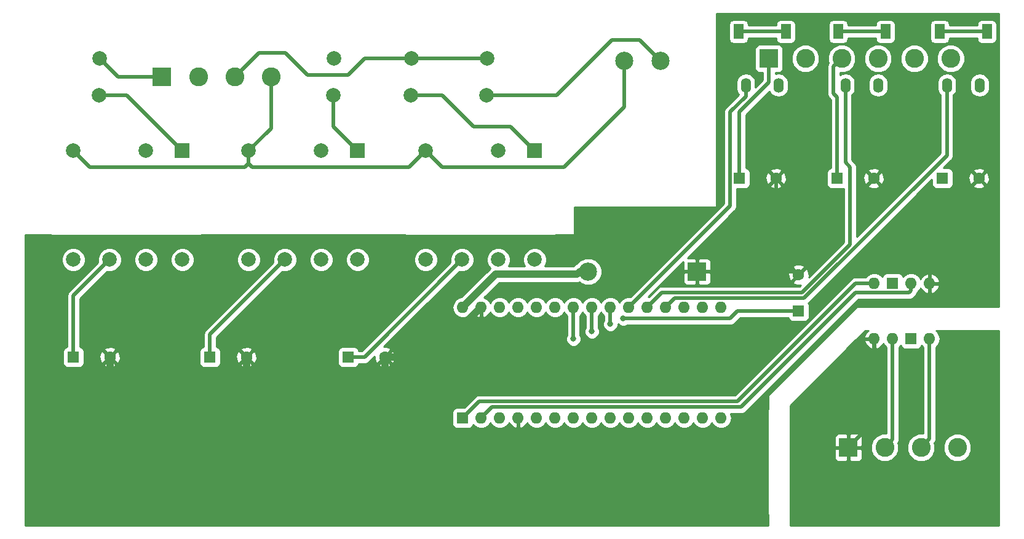
<source format=gbr>
G04 #@! TF.GenerationSoftware,KiCad,Pcbnew,5.0.2-bee76a0~70~ubuntu18.04.1*
G04 #@! TF.CreationDate,2019-11-03T19:36:50+01:00*
G04 #@! TF.ProjectId,AmpMeter,416d704d-6574-4657-922e-6b696361645f,rev?*
G04 #@! TF.SameCoordinates,Original*
G04 #@! TF.FileFunction,Copper,L2,Bot*
G04 #@! TF.FilePolarity,Positive*
%FSLAX46Y46*%
G04 Gerber Fmt 4.6, Leading zero omitted, Abs format (unit mm)*
G04 Created by KiCad (PCBNEW 5.0.2-bee76a0~70~ubuntu18.04.1) date So 03 Nov 2019 19:36:50 CET*
%MOMM*%
%LPD*%
G01*
G04 APERTURE LIST*
G04 #@! TA.AperFunction,ComponentPad*
%ADD10O,1.600000X1.600000*%
G04 #@! TD*
G04 #@! TA.AperFunction,ComponentPad*
%ADD11R,1.600000X1.600000*%
G04 #@! TD*
G04 #@! TA.AperFunction,ComponentPad*
%ADD12C,2.600000*%
G04 #@! TD*
G04 #@! TA.AperFunction,ComponentPad*
%ADD13R,2.600000X2.600000*%
G04 #@! TD*
G04 #@! TA.AperFunction,ComponentPad*
%ADD14C,2.000000*%
G04 #@! TD*
G04 #@! TA.AperFunction,ComponentPad*
%ADD15R,2.000000X2.000000*%
G04 #@! TD*
G04 #@! TA.AperFunction,ComponentPad*
%ADD16C,2.500000*%
G04 #@! TD*
G04 #@! TA.AperFunction,ComponentPad*
%ADD17R,2.500000X2.500000*%
G04 #@! TD*
G04 #@! TA.AperFunction,ComponentPad*
%ADD18C,1.600000*%
G04 #@! TD*
G04 #@! TA.AperFunction,ComponentPad*
%ADD19R,1.400000X2.000000*%
G04 #@! TD*
G04 #@! TA.AperFunction,ComponentPad*
%ADD20O,1.400000X2.000000*%
G04 #@! TD*
G04 #@! TA.AperFunction,ViaPad*
%ADD21C,0.800000*%
G04 #@! TD*
G04 #@! TA.AperFunction,Conductor*
%ADD22C,0.500000*%
G04 #@! TD*
G04 #@! TA.AperFunction,Conductor*
%ADD23C,1.000000*%
G04 #@! TD*
G04 #@! TA.AperFunction,Conductor*
%ADD24C,0.254000*%
G04 #@! TD*
G04 APERTURE END LIST*
D10*
G04 #@! TO.P,A1,16*
G04 #@! TO.N,N/C*
X114808000Y-52324000D03*
G04 #@! TO.P,A1,15*
X114808000Y-67564000D03*
G04 #@! TO.P,A1,30*
G04 #@! TO.N,Net-(A1-Pad30)*
X79248000Y-52324000D03*
G04 #@! TO.P,A1,14*
G04 #@! TO.N,N/C*
X112268000Y-67564000D03*
G04 #@! TO.P,A1,29*
G04 #@! TO.N,Net-(A1-Pad29)*
X81788000Y-52324000D03*
G04 #@! TO.P,A1,13*
G04 #@! TO.N,N/C*
X109728000Y-67564000D03*
G04 #@! TO.P,A1,28*
G04 #@! TO.N,Net-(A1-Pad28)*
X84328000Y-52324000D03*
G04 #@! TO.P,A1,12*
G04 #@! TO.N,N/C*
X107188000Y-67564000D03*
G04 #@! TO.P,A1,27*
X86868000Y-52324000D03*
G04 #@! TO.P,A1,11*
X104648000Y-67564000D03*
G04 #@! TO.P,A1,26*
X89408000Y-52324000D03*
G04 #@! TO.P,A1,10*
X102108000Y-67564000D03*
G04 #@! TO.P,A1,25*
X91948000Y-52324000D03*
G04 #@! TO.P,A1,9*
X99568000Y-67564000D03*
G04 #@! TO.P,A1,24*
G04 #@! TO.N,Net-(A1-Pad24)*
X94488000Y-52324000D03*
G04 #@! TO.P,A1,8*
G04 #@! TO.N,N/C*
X97028000Y-67564000D03*
G04 #@! TO.P,A1,23*
G04 #@! TO.N,Net-(A1-Pad23)*
X97028000Y-52324000D03*
G04 #@! TO.P,A1,7*
G04 #@! TO.N,N/C*
X94488000Y-67564000D03*
G04 #@! TO.P,A1,22*
G04 #@! TO.N,Net-(A1-Pad22)*
X99568000Y-52324000D03*
G04 #@! TO.P,A1,6*
G04 #@! TO.N,N/C*
X91948000Y-67564000D03*
G04 #@! TO.P,A1,21*
G04 #@! TO.N,ct1_2*
X102108000Y-52324000D03*
G04 #@! TO.P,A1,5*
G04 #@! TO.N,N/C*
X89408000Y-67564000D03*
G04 #@! TO.P,A1,20*
G04 #@! TO.N,ct2_2*
X104648000Y-52324000D03*
G04 #@! TO.P,A1,4*
G04 #@! TO.N,Net-(A1-Pad29)*
X86868000Y-67564000D03*
G04 #@! TO.P,A1,19*
G04 #@! TO.N,ct3_2*
X107188000Y-52324000D03*
G04 #@! TO.P,A1,3*
G04 #@! TO.N,N/C*
X84328000Y-67564000D03*
G04 #@! TO.P,A1,18*
X109728000Y-52324000D03*
G04 #@! TO.P,A1,2*
G04 #@! TO.N,Net-(A1-Pad2)*
X81788000Y-67564000D03*
G04 #@! TO.P,A1,17*
G04 #@! TO.N,N/C*
X112268000Y-52324000D03*
D11*
G04 #@! TO.P,A1,1*
G04 #@! TO.N,Net-(A1-Pad1)*
X79248000Y-67564000D03*
G04 #@! TD*
D12*
G04 #@! TO.P,J1,4*
G04 #@! TO.N,Net-(J1-Pad4)*
X52846000Y-20574000D03*
G04 #@! TO.P,J1,3*
G04 #@! TO.N,Net-(F1-Pad2)*
X47846000Y-20574000D03*
G04 #@! TO.P,J1,2*
G04 #@! TO.N,Net-(F3-Pad2)*
X42846000Y-20574000D03*
D13*
G04 #@! TO.P,J1,1*
G04 #@! TO.N,Net-(F4-Pad2)*
X37846000Y-20574000D03*
G04 #@! TD*
D12*
G04 #@! TO.P,J2,4*
G04 #@! TO.N,Net-(J2-Pad4)*
X147334000Y-71628000D03*
G04 #@! TO.P,J2,3*
G04 #@! TO.N,Net-(J2-Pad3)*
X142334000Y-71628000D03*
G04 #@! TO.P,J2,2*
G04 #@! TO.N,Net-(J2-Pad2)*
X137334000Y-71628000D03*
D13*
G04 #@! TO.P,J2,1*
G04 #@! TO.N,Net-(J2-Pad1)*
X132334000Y-71628000D03*
G04 #@! TD*
D12*
G04 #@! TO.P,J6,6*
G04 #@! TO.N,ct3_2*
X146412000Y-18034000D03*
G04 #@! TO.P,J6,5*
G04 #@! TO.N,ct3_1*
X141412000Y-18034000D03*
G04 #@! TO.P,J6,4*
G04 #@! TO.N,ct2_2*
X136412000Y-18034000D03*
G04 #@! TO.P,J6,3*
G04 #@! TO.N,ct2_1*
X131412000Y-18034000D03*
G04 #@! TO.P,J6,2*
G04 #@! TO.N,ct1_2*
X126412000Y-18034000D03*
D13*
G04 #@! TO.P,J6,1*
G04 #@! TO.N,ct1_1*
X121412000Y-18034000D03*
G04 #@! TD*
D14*
G04 #@! TO.P,T1,8*
G04 #@! TO.N,N/C*
X89154000Y-45734000D03*
G04 #@! TO.P,T1,7*
G04 #@! TO.N,Net-(R3-Pad1)*
X84154000Y-45734000D03*
G04 #@! TO.P,T1,6*
G04 #@! TO.N,Net-(C1-Pad1)*
X79154000Y-45734000D03*
G04 #@! TO.P,T1,5*
G04 #@! TO.N,N/C*
X74154000Y-45734000D03*
G04 #@! TO.P,T1,4*
G04 #@! TO.N,Net-(J1-Pad4)*
X74154000Y-30734000D03*
G04 #@! TO.P,T1,2*
G04 #@! TO.N,N/C*
X84154000Y-30734000D03*
D15*
G04 #@! TO.P,T1,1*
G04 #@! TO.N,Net-(F2-Pad1)*
X89154000Y-30734000D03*
G04 #@! TD*
D14*
G04 #@! TO.P,T2,8*
G04 #@! TO.N,N/C*
X64770000Y-45734000D03*
G04 #@! TO.P,T2,7*
G04 #@! TO.N,Net-(R5-Pad1)*
X59770000Y-45734000D03*
G04 #@! TO.P,T2,6*
G04 #@! TO.N,Net-(C2-Pad1)*
X54770000Y-45734000D03*
G04 #@! TO.P,T2,5*
G04 #@! TO.N,N/C*
X49770000Y-45734000D03*
G04 #@! TO.P,T2,4*
G04 #@! TO.N,Net-(J1-Pad4)*
X49770000Y-30734000D03*
G04 #@! TO.P,T2,2*
G04 #@! TO.N,N/C*
X59770000Y-30734000D03*
D15*
G04 #@! TO.P,T2,1*
G04 #@! TO.N,Net-(F3-Pad1)*
X64770000Y-30734000D03*
G04 #@! TD*
D14*
G04 #@! TO.P,T3,8*
G04 #@! TO.N,N/C*
X40640000Y-45734000D03*
G04 #@! TO.P,T3,7*
G04 #@! TO.N,Net-(R7-Pad1)*
X35640000Y-45734000D03*
G04 #@! TO.P,T3,6*
G04 #@! TO.N,Net-(C3-Pad1)*
X30640000Y-45734000D03*
G04 #@! TO.P,T3,5*
G04 #@! TO.N,N/C*
X25640000Y-45734000D03*
G04 #@! TO.P,T3,4*
G04 #@! TO.N,Net-(J1-Pad4)*
X25640000Y-30734000D03*
G04 #@! TO.P,T3,2*
G04 #@! TO.N,N/C*
X35640000Y-30734000D03*
D15*
G04 #@! TO.P,T3,1*
G04 #@! TO.N,Net-(F4-Pad1)*
X40640000Y-30734000D03*
G04 #@! TD*
D10*
G04 #@! TO.P,U1,4*
G04 #@! TO.N,Net-(A1-Pad2)*
X140970000Y-49022000D03*
G04 #@! TO.P,U1,2*
G04 #@! TO.N,Net-(J2-Pad3)*
X143510000Y-56642000D03*
G04 #@! TO.P,U1,3*
G04 #@! TO.N,Net-(A1-Pad29)*
X143510000Y-49022000D03*
D11*
G04 #@! TO.P,U1,1*
G04 #@! TO.N,Net-(R2-Pad1)*
X140970000Y-56642000D03*
G04 #@! TD*
D10*
G04 #@! TO.P,U2,4*
G04 #@! TO.N,Net-(J2-Pad2)*
X138430000Y-56642000D03*
G04 #@! TO.P,U2,2*
G04 #@! TO.N,Net-(A1-Pad1)*
X135890000Y-49022000D03*
G04 #@! TO.P,U2,3*
G04 #@! TO.N,Net-(J2-Pad1)*
X135890000Y-56642000D03*
D11*
G04 #@! TO.P,U2,1*
G04 #@! TO.N,Net-(R9-Pad2)*
X138430000Y-49022000D03*
G04 #@! TD*
D16*
G04 #@! TO.P,PS1,4*
G04 #@! TO.N,Net-(A1-Pad30)*
X96506000Y-47386000D03*
D17*
G04 #@! TO.P,PS1,3*
G04 #@! TO.N,Net-(A1-Pad29)*
X111506000Y-47386000D03*
D16*
G04 #@! TO.P,PS1,1*
G04 #@! TO.N,Net-(J1-Pad4)*
X101506000Y-18386000D03*
G04 #@! TO.P,PS1,2*
G04 #@! TO.N,Net-(F1-Pad1)*
X106506000Y-18386000D03*
G04 #@! TD*
D14*
G04 #@! TO.P,F1,2*
G04 #@! TO.N,Net-(F1-Pad2)*
X82560000Y-18034000D03*
G04 #@! TO.P,F1,1*
G04 #@! TO.N,Net-(F1-Pad1)*
X82550000Y-23114000D03*
G04 #@! TD*
G04 #@! TO.P,F2,2*
G04 #@! TO.N,Net-(F1-Pad2)*
X72146000Y-18034000D03*
G04 #@! TO.P,F2,1*
G04 #@! TO.N,Net-(F2-Pad1)*
X72136000Y-23114000D03*
G04 #@! TD*
G04 #@! TO.P,F3,2*
G04 #@! TO.N,Net-(F3-Pad2)*
X61478000Y-18034000D03*
G04 #@! TO.P,F3,1*
G04 #@! TO.N,Net-(F3-Pad1)*
X61468000Y-23114000D03*
G04 #@! TD*
G04 #@! TO.P,F4,2*
G04 #@! TO.N,Net-(F4-Pad2)*
X29220000Y-18034000D03*
G04 #@! TO.P,F4,1*
G04 #@! TO.N,Net-(F4-Pad1)*
X29210000Y-23114000D03*
G04 #@! TD*
D18*
G04 #@! TO.P,C1,2*
G04 #@! TO.N,Net-(A1-Pad29)*
X68500000Y-59182000D03*
D11*
G04 #@! TO.P,C1,1*
G04 #@! TO.N,Net-(C1-Pad1)*
X63500000Y-59182000D03*
G04 #@! TD*
D18*
G04 #@! TO.P,C2,2*
G04 #@! TO.N,Net-(A1-Pad29)*
X49450000Y-59182000D03*
D11*
G04 #@! TO.P,C2,1*
G04 #@! TO.N,Net-(C2-Pad1)*
X44450000Y-59182000D03*
G04 #@! TD*
D18*
G04 #@! TO.P,C3,2*
G04 #@! TO.N,Net-(A1-Pad29)*
X30654000Y-59182000D03*
D11*
G04 #@! TO.P,C3,1*
G04 #@! TO.N,Net-(C3-Pad1)*
X25654000Y-59182000D03*
G04 #@! TD*
D18*
G04 #@! TO.P,C4,2*
G04 #@! TO.N,Net-(A1-Pad29)*
X122348000Y-34544000D03*
D11*
G04 #@! TO.P,C4,1*
G04 #@! TO.N,ct1_1*
X117348000Y-34544000D03*
G04 #@! TD*
D18*
G04 #@! TO.P,C5,2*
G04 #@! TO.N,Net-(A1-Pad29)*
X135810000Y-34544000D03*
D11*
G04 #@! TO.P,C5,1*
G04 #@! TO.N,ct2_1*
X130810000Y-34544000D03*
G04 #@! TD*
D18*
G04 #@! TO.P,C6,2*
G04 #@! TO.N,Net-(A1-Pad29)*
X150288000Y-34544000D03*
D11*
G04 #@! TO.P,C6,1*
G04 #@! TO.N,ct3_1*
X145288000Y-34544000D03*
G04 #@! TD*
D19*
G04 #@! TO.P,J3,T*
G04 #@! TO.N,ct1_1*
X123710000Y-14320000D03*
D20*
G04 #@! TO.P,J3,R1*
G04 #@! TO.N,N/C*
X122710000Y-21720000D03*
D19*
G04 #@! TO.P,J3,T*
G04 #@! TO.N,ct1_1*
X117210000Y-14320000D03*
D20*
G04 #@! TO.P,J3,S*
G04 #@! TO.N,ct1_2*
X118210000Y-21720000D03*
G04 #@! TD*
G04 #@! TO.P,J4,S*
G04 #@! TO.N,ct2_2*
X131926000Y-21720000D03*
D19*
G04 #@! TO.P,J4,T*
G04 #@! TO.N,ct2_1*
X130926000Y-14320000D03*
D20*
G04 #@! TO.P,J4,R1*
G04 #@! TO.N,N/C*
X136426000Y-21720000D03*
D19*
G04 #@! TO.P,J4,T*
G04 #@! TO.N,ct2_1*
X137426000Y-14320000D03*
G04 #@! TD*
G04 #@! TO.P,J5,T*
G04 #@! TO.N,ct3_1*
X151396000Y-14320000D03*
D20*
G04 #@! TO.P,J5,R1*
G04 #@! TO.N,N/C*
X150396000Y-21720000D03*
D19*
G04 #@! TO.P,J5,T*
G04 #@! TO.N,ct3_1*
X144896000Y-14320000D03*
D20*
G04 #@! TO.P,J5,S*
G04 #@! TO.N,ct3_2*
X145896000Y-21720000D03*
G04 #@! TD*
D11*
G04 #@! TO.P,C7,1*
G04 #@! TO.N,Net-(A1-Pad28)*
X125476000Y-52832000D03*
D18*
G04 #@! TO.P,C7,2*
G04 #@! TO.N,Net-(A1-Pad29)*
X125476000Y-47832000D03*
G04 #@! TD*
D21*
G04 #@! TO.N,Net-(A1-Pad29)*
X96774000Y-41656000D03*
X45212000Y-45720000D03*
X69596000Y-45720000D03*
X22352000Y-61214000D03*
X20320000Y-43942000D03*
G04 #@! TO.N,Net-(A1-Pad22)*
X99568000Y-54610000D03*
G04 #@! TO.N,Net-(A1-Pad23)*
X97028000Y-55626000D03*
G04 #@! TO.N,Net-(A1-Pad24)*
X94488000Y-56642000D03*
G04 #@! TO.N,Net-(A1-Pad28)*
X101346000Y-53848000D03*
G04 #@! TD*
D22*
G04 #@! TO.N,Net-(A1-Pad1)*
X135890000Y-49022000D02*
X133350000Y-49022000D01*
X133350000Y-49022000D02*
X117094000Y-65278000D01*
X81534000Y-65278000D02*
X79248000Y-67564000D01*
X117094000Y-65278000D02*
X81534000Y-65278000D01*
G04 #@! TO.N,Net-(A1-Pad2)*
X117602000Y-66040000D02*
X133350000Y-50292000D01*
X81788000Y-67564000D02*
X83312000Y-66040000D01*
X133350000Y-50292000D02*
X140716000Y-50292000D01*
X83312000Y-66040000D02*
X117602000Y-66040000D01*
X140970000Y-50038000D02*
X140716000Y-50292000D01*
X140970000Y-49022000D02*
X140970000Y-50038000D01*
G04 #@! TO.N,ct1_2*
X118210000Y-21720000D02*
X118210000Y-23268000D01*
X118210000Y-23268000D02*
X116078000Y-25400000D01*
X116078000Y-38354000D02*
X102108000Y-52324000D01*
X116078000Y-25400000D02*
X116078000Y-38354000D01*
G04 #@! TO.N,Net-(A1-Pad29)*
X135810000Y-34544000D02*
X135810000Y-34718000D01*
X111506000Y-47386000D02*
X116952000Y-47386000D01*
X122348000Y-41990000D02*
X122348000Y-34544000D01*
X116952000Y-47386000D02*
X122348000Y-41990000D01*
D23*
X81788000Y-52324000D02*
X74930000Y-59182000D01*
X74930000Y-59182000D02*
X68500000Y-59182000D01*
X68500000Y-59182000D02*
X68500000Y-60786000D01*
X68500000Y-60786000D02*
X66802000Y-62484000D01*
X66802000Y-62484000D02*
X50546000Y-62484000D01*
X49450000Y-61388000D02*
X49450000Y-59182000D01*
X50546000Y-62484000D02*
X49450000Y-61388000D01*
X49450000Y-59182000D02*
X49450000Y-61548000D01*
X49450000Y-61548000D02*
X48514000Y-62484000D01*
X48514000Y-62484000D02*
X31750000Y-62484000D01*
X30654000Y-61388000D02*
X30654000Y-59182000D01*
X31750000Y-62484000D02*
X30654000Y-61388000D01*
D22*
X125030000Y-47386000D02*
X125476000Y-47832000D01*
X111506000Y-47386000D02*
X125030000Y-47386000D01*
G04 #@! TO.N,ct2_2*
X106680000Y-50292000D02*
X104648000Y-52324000D01*
X125984000Y-50292000D02*
X106680000Y-50292000D01*
X132588000Y-33020000D02*
X132588000Y-43688000D01*
X132588000Y-43688000D02*
X125984000Y-50292000D01*
X131926000Y-21720000D02*
X131926000Y-32358000D01*
X131926000Y-32358000D02*
X132588000Y-33020000D01*
G04 #@! TO.N,ct3_2*
X108458000Y-51054000D02*
X107188000Y-52324000D01*
X126238000Y-51054000D02*
X108458000Y-51054000D01*
X145896000Y-21720000D02*
X145896000Y-31396000D01*
X145896000Y-31396000D02*
X126238000Y-51054000D01*
G04 #@! TO.N,Net-(A1-Pad22)*
X99568000Y-54610000D02*
X99568000Y-52324000D01*
G04 #@! TO.N,Net-(A1-Pad23)*
X97028000Y-55626000D02*
X97028000Y-52324000D01*
G04 #@! TO.N,Net-(A1-Pad24)*
X94488000Y-56642000D02*
X94488000Y-52324000D01*
D23*
G04 #@! TO.N,Net-(A1-Pad30)*
X96506000Y-47386000D02*
X95362000Y-47386000D01*
X94996000Y-47752000D02*
X83820000Y-47752000D01*
X95362000Y-47386000D02*
X94996000Y-47752000D01*
X83820000Y-47752000D02*
X79248000Y-52324000D01*
D22*
G04 #@! TO.N,Net-(C1-Pad1)*
X65706000Y-59182000D02*
X79154000Y-45734000D01*
X63500000Y-59182000D02*
X65706000Y-59182000D01*
G04 #@! TO.N,Net-(C2-Pad1)*
X44450000Y-56054000D02*
X54770000Y-45734000D01*
X44450000Y-59182000D02*
X44450000Y-56054000D01*
G04 #@! TO.N,Net-(C3-Pad1)*
X25654000Y-50720000D02*
X30640000Y-45734000D01*
X25654000Y-59182000D02*
X25654000Y-50720000D01*
G04 #@! TO.N,ct1_1*
X117348000Y-34544000D02*
X117348000Y-25400000D01*
X121412000Y-21336000D02*
X121412000Y-18034000D01*
X117348000Y-25400000D02*
X121412000Y-21336000D01*
X123710000Y-14320000D02*
X117210000Y-14320000D01*
G04 #@! TO.N,ct2_1*
X130302000Y-19144000D02*
X131412000Y-18034000D01*
X130302000Y-22860000D02*
X130302000Y-19144000D01*
X130810000Y-34544000D02*
X130810000Y-23368000D01*
X130810000Y-23368000D02*
X130302000Y-22860000D01*
X130926000Y-14320000D02*
X137426000Y-14320000D01*
G04 #@! TO.N,ct3_1*
X144896000Y-14320000D02*
X151396000Y-14320000D01*
G04 #@! TO.N,Net-(F1-Pad2)*
X82560000Y-18034000D02*
X72146000Y-18034000D01*
X72146000Y-18034000D02*
X65786000Y-18034000D01*
X65786000Y-18034000D02*
X63500000Y-20320000D01*
X63500000Y-20320000D02*
X57912000Y-20320000D01*
X57912000Y-20320000D02*
X54864000Y-17272000D01*
X51148000Y-17272000D02*
X47846000Y-20574000D01*
X54864000Y-17272000D02*
X51148000Y-17272000D01*
G04 #@! TO.N,Net-(F1-Pad1)*
X82550000Y-23114000D02*
X92202000Y-23114000D01*
X92202000Y-23114000D02*
X99822000Y-15494000D01*
X103614000Y-15494000D02*
X106506000Y-18386000D01*
X99822000Y-15494000D02*
X103614000Y-15494000D01*
G04 #@! TO.N,Net-(F2-Pad1)*
X72136000Y-23114000D02*
X76454000Y-23114000D01*
X76454000Y-23114000D02*
X80772000Y-27432000D01*
X85852000Y-27432000D02*
X89154000Y-30734000D01*
X80772000Y-27432000D02*
X85852000Y-27432000D01*
G04 #@! TO.N,Net-(F3-Pad1)*
X61468000Y-27432000D02*
X64770000Y-30734000D01*
X61468000Y-23114000D02*
X61468000Y-27432000D01*
G04 #@! TO.N,Net-(F4-Pad1)*
X33020000Y-23114000D02*
X40640000Y-30734000D01*
X29210000Y-23114000D02*
X33020000Y-23114000D01*
G04 #@! TO.N,Net-(F4-Pad2)*
X31760000Y-20574000D02*
X29220000Y-18034000D01*
X37846000Y-20574000D02*
X31760000Y-20574000D01*
G04 #@! TO.N,Net-(J1-Pad4)*
X52846000Y-27658000D02*
X49770000Y-30734000D01*
X52846000Y-20574000D02*
X52846000Y-27658000D01*
X49770000Y-30734000D02*
X49770000Y-32526000D01*
X49770000Y-32526000D02*
X49276000Y-33020000D01*
X27926000Y-33020000D02*
X25640000Y-30734000D01*
X49276000Y-33020000D02*
X27926000Y-33020000D01*
X49770000Y-30734000D02*
X49770000Y-32498000D01*
X49770000Y-32498000D02*
X50292000Y-33020000D01*
X71868000Y-33020000D02*
X74154000Y-30734000D01*
X50292000Y-33020000D02*
X71868000Y-33020000D01*
X101506000Y-24732000D02*
X101506000Y-18386000D01*
X93218000Y-33020000D02*
X101506000Y-24732000D01*
X76454000Y-33020000D02*
X93218000Y-33020000D01*
X74154000Y-30734000D02*
X74168000Y-30734000D01*
X74168000Y-30734000D02*
X76454000Y-33020000D01*
G04 #@! TO.N,Net-(J2-Pad1)*
X135890000Y-68072000D02*
X132334000Y-71628000D01*
X135890000Y-56642000D02*
X135890000Y-68072000D01*
G04 #@! TO.N,Net-(J2-Pad2)*
X138430000Y-70532000D02*
X137334000Y-71628000D01*
X138430000Y-56642000D02*
X138430000Y-70532000D01*
G04 #@! TO.N,Net-(J2-Pad3)*
X143510000Y-70452000D02*
X142334000Y-71628000D01*
X143510000Y-56642000D02*
X143510000Y-70452000D01*
G04 #@! TO.N,Net-(A1-Pad28)*
X125476000Y-52832000D02*
X117094000Y-52832000D01*
X117094000Y-52832000D02*
X116078000Y-53848000D01*
X116078000Y-53848000D02*
X101346000Y-53848000D01*
X101346000Y-53848000D02*
X101346000Y-53848000D01*
G04 #@! TD*
D24*
G04 #@! TO.N,Net-(A1-Pad29)*
G36*
X153035000Y-52197000D02*
X133604000Y-52197000D01*
X133555399Y-52206667D01*
X133514197Y-52234197D01*
X121322197Y-64426197D01*
X121294667Y-64467399D01*
X121285000Y-64516000D01*
X121285000Y-66109786D01*
X121284227Y-66111652D01*
X121281647Y-66117880D01*
X121251195Y-66270973D01*
X121210000Y-66478075D01*
X121210001Y-80587926D01*
X121223643Y-80656509D01*
X121223643Y-80656514D01*
X121281647Y-80948119D01*
X121281647Y-80948120D01*
X121285000Y-80956215D01*
X121285000Y-82323000D01*
X19023000Y-82323000D01*
X19023000Y-66764000D01*
X77800560Y-66764000D01*
X77800560Y-68364000D01*
X77849843Y-68611765D01*
X77990191Y-68821809D01*
X78200235Y-68962157D01*
X78448000Y-69011440D01*
X80048000Y-69011440D01*
X80295765Y-68962157D01*
X80505809Y-68821809D01*
X80646157Y-68611765D01*
X80672785Y-68477894D01*
X80753423Y-68598577D01*
X81228091Y-68915740D01*
X81646667Y-68999000D01*
X81929333Y-68999000D01*
X82347909Y-68915740D01*
X82822577Y-68598577D01*
X83058000Y-68246242D01*
X83293423Y-68598577D01*
X83768091Y-68915740D01*
X84186667Y-68999000D01*
X84469333Y-68999000D01*
X84887909Y-68915740D01*
X85362577Y-68598577D01*
X85618947Y-68214892D01*
X85715611Y-68419134D01*
X86130577Y-68795041D01*
X86518961Y-68955904D01*
X86741000Y-68833915D01*
X86741000Y-67691000D01*
X86721000Y-67691000D01*
X86721000Y-67437000D01*
X86741000Y-67437000D01*
X86741000Y-67417000D01*
X86995000Y-67417000D01*
X86995000Y-67437000D01*
X87015000Y-67437000D01*
X87015000Y-67691000D01*
X86995000Y-67691000D01*
X86995000Y-68833915D01*
X87217039Y-68955904D01*
X87605423Y-68795041D01*
X88020389Y-68419134D01*
X88117053Y-68214892D01*
X88373423Y-68598577D01*
X88848091Y-68915740D01*
X89266667Y-68999000D01*
X89549333Y-68999000D01*
X89967909Y-68915740D01*
X90442577Y-68598577D01*
X90678000Y-68246242D01*
X90913423Y-68598577D01*
X91388091Y-68915740D01*
X91806667Y-68999000D01*
X92089333Y-68999000D01*
X92507909Y-68915740D01*
X92982577Y-68598577D01*
X93218000Y-68246242D01*
X93453423Y-68598577D01*
X93928091Y-68915740D01*
X94346667Y-68999000D01*
X94629333Y-68999000D01*
X95047909Y-68915740D01*
X95522577Y-68598577D01*
X95758000Y-68246242D01*
X95993423Y-68598577D01*
X96468091Y-68915740D01*
X96886667Y-68999000D01*
X97169333Y-68999000D01*
X97587909Y-68915740D01*
X98062577Y-68598577D01*
X98298000Y-68246242D01*
X98533423Y-68598577D01*
X99008091Y-68915740D01*
X99426667Y-68999000D01*
X99709333Y-68999000D01*
X100127909Y-68915740D01*
X100602577Y-68598577D01*
X100838000Y-68246242D01*
X101073423Y-68598577D01*
X101548091Y-68915740D01*
X101966667Y-68999000D01*
X102249333Y-68999000D01*
X102667909Y-68915740D01*
X103142577Y-68598577D01*
X103378000Y-68246242D01*
X103613423Y-68598577D01*
X104088091Y-68915740D01*
X104506667Y-68999000D01*
X104789333Y-68999000D01*
X105207909Y-68915740D01*
X105682577Y-68598577D01*
X105918000Y-68246242D01*
X106153423Y-68598577D01*
X106628091Y-68915740D01*
X107046667Y-68999000D01*
X107329333Y-68999000D01*
X107747909Y-68915740D01*
X108222577Y-68598577D01*
X108458000Y-68246242D01*
X108693423Y-68598577D01*
X109168091Y-68915740D01*
X109586667Y-68999000D01*
X109869333Y-68999000D01*
X110287909Y-68915740D01*
X110762577Y-68598577D01*
X110998000Y-68246242D01*
X111233423Y-68598577D01*
X111708091Y-68915740D01*
X112126667Y-68999000D01*
X112409333Y-68999000D01*
X112827909Y-68915740D01*
X113302577Y-68598577D01*
X113538000Y-68246242D01*
X113773423Y-68598577D01*
X114248091Y-68915740D01*
X114666667Y-68999000D01*
X114949333Y-68999000D01*
X115367909Y-68915740D01*
X115842577Y-68598577D01*
X116159740Y-68123909D01*
X116271113Y-67564000D01*
X116159740Y-67004091D01*
X116106893Y-66925000D01*
X117514839Y-66925000D01*
X117602000Y-66942337D01*
X117689161Y-66925000D01*
X117689165Y-66925000D01*
X117947310Y-66873652D01*
X118240049Y-66678049D01*
X118289425Y-66604153D01*
X133716579Y-51177000D01*
X140628839Y-51177000D01*
X140716000Y-51194337D01*
X140803161Y-51177000D01*
X140803165Y-51177000D01*
X141061310Y-51125652D01*
X141354049Y-50930049D01*
X141403425Y-50856153D01*
X141534153Y-50725425D01*
X141608049Y-50676049D01*
X141803652Y-50383310D01*
X141847807Y-50161327D01*
X142004577Y-50056577D01*
X142260947Y-49672892D01*
X142357611Y-49877134D01*
X142772577Y-50253041D01*
X143160961Y-50413904D01*
X143383000Y-50291915D01*
X143383000Y-49149000D01*
X143637000Y-49149000D01*
X143637000Y-50291915D01*
X143859039Y-50413904D01*
X144247423Y-50253041D01*
X144662389Y-49877134D01*
X144901914Y-49371041D01*
X144780629Y-49149000D01*
X143637000Y-49149000D01*
X143383000Y-49149000D01*
X143363000Y-49149000D01*
X143363000Y-48895000D01*
X143383000Y-48895000D01*
X143383000Y-47752085D01*
X143637000Y-47752085D01*
X143637000Y-48895000D01*
X144780629Y-48895000D01*
X144901914Y-48672959D01*
X144662389Y-48166866D01*
X144247423Y-47790959D01*
X143859039Y-47630096D01*
X143637000Y-47752085D01*
X143383000Y-47752085D01*
X143160961Y-47630096D01*
X142772577Y-47790959D01*
X142357611Y-48166866D01*
X142260947Y-48371108D01*
X142004577Y-47987423D01*
X141529909Y-47670260D01*
X141111333Y-47587000D01*
X140828667Y-47587000D01*
X140410091Y-47670260D01*
X139935423Y-47987423D01*
X139854785Y-48108106D01*
X139828157Y-47974235D01*
X139687809Y-47764191D01*
X139477765Y-47623843D01*
X139230000Y-47574560D01*
X137630000Y-47574560D01*
X137382235Y-47623843D01*
X137172191Y-47764191D01*
X137031843Y-47974235D01*
X137005215Y-48108106D01*
X136924577Y-47987423D01*
X136449909Y-47670260D01*
X136031333Y-47587000D01*
X135748667Y-47587000D01*
X135330091Y-47670260D01*
X134855423Y-47987423D01*
X134755479Y-48137000D01*
X133437161Y-48137000D01*
X133350000Y-48119663D01*
X133262839Y-48137000D01*
X133262835Y-48137000D01*
X133019239Y-48185454D01*
X133004690Y-48188348D01*
X132785845Y-48334576D01*
X132785844Y-48334577D01*
X132711951Y-48383951D01*
X132662577Y-48457844D01*
X116727422Y-64393000D01*
X81621159Y-64393000D01*
X81533999Y-64375663D01*
X81446839Y-64393000D01*
X81446835Y-64393000D01*
X81188690Y-64444348D01*
X81120682Y-64489790D01*
X80969845Y-64590576D01*
X80969844Y-64590577D01*
X80895951Y-64639951D01*
X80846577Y-64713844D01*
X79443862Y-66116560D01*
X78448000Y-66116560D01*
X78200235Y-66165843D01*
X77990191Y-66306191D01*
X77849843Y-66516235D01*
X77800560Y-66764000D01*
X19023000Y-66764000D01*
X19023000Y-58382000D01*
X24206560Y-58382000D01*
X24206560Y-59982000D01*
X24255843Y-60229765D01*
X24396191Y-60439809D01*
X24606235Y-60580157D01*
X24854000Y-60629440D01*
X26454000Y-60629440D01*
X26701765Y-60580157D01*
X26911809Y-60439809D01*
X27052157Y-60229765D01*
X27060117Y-60189745D01*
X29825861Y-60189745D01*
X29899995Y-60435864D01*
X30437223Y-60628965D01*
X31007454Y-60601778D01*
X31408005Y-60435864D01*
X31482139Y-60189745D01*
X30654000Y-59361605D01*
X29825861Y-60189745D01*
X27060117Y-60189745D01*
X27101440Y-59982000D01*
X27101440Y-58965223D01*
X29207035Y-58965223D01*
X29234222Y-59535454D01*
X29400136Y-59936005D01*
X29646255Y-60010139D01*
X30474395Y-59182000D01*
X30833605Y-59182000D01*
X31661745Y-60010139D01*
X31907864Y-59936005D01*
X32100965Y-59398777D01*
X32073778Y-58828546D01*
X31907864Y-58427995D01*
X31755165Y-58382000D01*
X43002560Y-58382000D01*
X43002560Y-59982000D01*
X43051843Y-60229765D01*
X43192191Y-60439809D01*
X43402235Y-60580157D01*
X43650000Y-60629440D01*
X45250000Y-60629440D01*
X45497765Y-60580157D01*
X45707809Y-60439809D01*
X45848157Y-60229765D01*
X45856117Y-60189745D01*
X48621861Y-60189745D01*
X48695995Y-60435864D01*
X49233223Y-60628965D01*
X49803454Y-60601778D01*
X50204005Y-60435864D01*
X50278139Y-60189745D01*
X49450000Y-59361605D01*
X48621861Y-60189745D01*
X45856117Y-60189745D01*
X45897440Y-59982000D01*
X45897440Y-58965223D01*
X48003035Y-58965223D01*
X48030222Y-59535454D01*
X48196136Y-59936005D01*
X48442255Y-60010139D01*
X49270395Y-59182000D01*
X49629605Y-59182000D01*
X50457745Y-60010139D01*
X50703864Y-59936005D01*
X50896965Y-59398777D01*
X50869778Y-58828546D01*
X50703864Y-58427995D01*
X50551165Y-58382000D01*
X62052560Y-58382000D01*
X62052560Y-59982000D01*
X62101843Y-60229765D01*
X62242191Y-60439809D01*
X62452235Y-60580157D01*
X62700000Y-60629440D01*
X64300000Y-60629440D01*
X64547765Y-60580157D01*
X64757809Y-60439809D01*
X64898157Y-60229765D01*
X64906117Y-60189745D01*
X67671861Y-60189745D01*
X67745995Y-60435864D01*
X68283223Y-60628965D01*
X68853454Y-60601778D01*
X69254005Y-60435864D01*
X69328139Y-60189745D01*
X68500000Y-59361605D01*
X67671861Y-60189745D01*
X64906117Y-60189745D01*
X64930533Y-60067000D01*
X65618839Y-60067000D01*
X65706000Y-60084337D01*
X65793161Y-60067000D01*
X65793165Y-60067000D01*
X66051310Y-60015652D01*
X66344049Y-59820049D01*
X66393425Y-59746153D01*
X67058556Y-59081022D01*
X67080222Y-59535454D01*
X67246136Y-59936005D01*
X67492255Y-60010139D01*
X68320395Y-59182000D01*
X68679605Y-59182000D01*
X69507745Y-60010139D01*
X69753864Y-59936005D01*
X69946965Y-59398777D01*
X69919778Y-58828546D01*
X69753864Y-58427995D01*
X69507745Y-58353861D01*
X68679605Y-59182000D01*
X68320395Y-59182000D01*
X68306252Y-59167858D01*
X68485858Y-58988252D01*
X68500000Y-59002395D01*
X69328139Y-58174255D01*
X69254005Y-57928136D01*
X68716777Y-57735035D01*
X68388911Y-57750667D01*
X73815578Y-52324000D01*
X77784887Y-52324000D01*
X77896260Y-52883909D01*
X78213423Y-53358577D01*
X78688091Y-53675740D01*
X79106667Y-53759000D01*
X79389333Y-53759000D01*
X79807909Y-53675740D01*
X80282577Y-53358577D01*
X80538947Y-52974892D01*
X80635611Y-53179134D01*
X81050577Y-53555041D01*
X81438961Y-53715904D01*
X81661000Y-53593915D01*
X81661000Y-52451000D01*
X81641000Y-52451000D01*
X81641000Y-52197000D01*
X81661000Y-52197000D01*
X81661000Y-52177000D01*
X81915000Y-52177000D01*
X81915000Y-52197000D01*
X81935000Y-52197000D01*
X81935000Y-52451000D01*
X81915000Y-52451000D01*
X81915000Y-53593915D01*
X82137039Y-53715904D01*
X82525423Y-53555041D01*
X82940389Y-53179134D01*
X83037053Y-52974892D01*
X83293423Y-53358577D01*
X83768091Y-53675740D01*
X84186667Y-53759000D01*
X84469333Y-53759000D01*
X84887909Y-53675740D01*
X85362577Y-53358577D01*
X85598000Y-53006242D01*
X85833423Y-53358577D01*
X86308091Y-53675740D01*
X86726667Y-53759000D01*
X87009333Y-53759000D01*
X87427909Y-53675740D01*
X87902577Y-53358577D01*
X88138000Y-53006242D01*
X88373423Y-53358577D01*
X88848091Y-53675740D01*
X89266667Y-53759000D01*
X89549333Y-53759000D01*
X89967909Y-53675740D01*
X90442577Y-53358577D01*
X90678000Y-53006242D01*
X90913423Y-53358577D01*
X91388091Y-53675740D01*
X91806667Y-53759000D01*
X92089333Y-53759000D01*
X92507909Y-53675740D01*
X92982577Y-53358577D01*
X93218000Y-53006242D01*
X93453423Y-53358577D01*
X93603001Y-53458522D01*
X93603000Y-56073993D01*
X93453000Y-56436126D01*
X93453000Y-56847874D01*
X93610569Y-57228280D01*
X93901720Y-57519431D01*
X94282126Y-57677000D01*
X94693874Y-57677000D01*
X95074280Y-57519431D01*
X95365431Y-57228280D01*
X95523000Y-56847874D01*
X95523000Y-56436126D01*
X95373000Y-56073993D01*
X95373000Y-53458521D01*
X95522577Y-53358577D01*
X95758000Y-53006242D01*
X95993423Y-53358577D01*
X96143001Y-53458522D01*
X96143000Y-55057993D01*
X95993000Y-55420126D01*
X95993000Y-55831874D01*
X96150569Y-56212280D01*
X96441720Y-56503431D01*
X96822126Y-56661000D01*
X97233874Y-56661000D01*
X97614280Y-56503431D01*
X97905431Y-56212280D01*
X98063000Y-55831874D01*
X98063000Y-55420126D01*
X97913000Y-55057993D01*
X97913000Y-53458521D01*
X98062577Y-53358577D01*
X98298000Y-53006242D01*
X98533423Y-53358577D01*
X98683001Y-53458521D01*
X98683000Y-54041993D01*
X98533000Y-54404126D01*
X98533000Y-54815874D01*
X98690569Y-55196280D01*
X98981720Y-55487431D01*
X99362126Y-55645000D01*
X99773874Y-55645000D01*
X100154280Y-55487431D01*
X100445431Y-55196280D01*
X100603000Y-54815874D01*
X100603000Y-54568711D01*
X100759720Y-54725431D01*
X101140126Y-54883000D01*
X101551874Y-54883000D01*
X101914007Y-54733000D01*
X115990839Y-54733000D01*
X116078000Y-54750337D01*
X116165161Y-54733000D01*
X116165165Y-54733000D01*
X116423310Y-54681652D01*
X116716049Y-54486049D01*
X116765425Y-54412153D01*
X117460579Y-53717000D01*
X124045467Y-53717000D01*
X124077843Y-53879765D01*
X124218191Y-54089809D01*
X124428235Y-54230157D01*
X124676000Y-54279440D01*
X126276000Y-54279440D01*
X126523765Y-54230157D01*
X126733809Y-54089809D01*
X126874157Y-53879765D01*
X126923440Y-53632000D01*
X126923440Y-52032000D01*
X126874157Y-51784235D01*
X126832156Y-51721377D01*
X126876049Y-51692049D01*
X126925425Y-51618153D01*
X143840560Y-34703019D01*
X143840560Y-35344000D01*
X143889843Y-35591765D01*
X144030191Y-35801809D01*
X144240235Y-35942157D01*
X144488000Y-35991440D01*
X146088000Y-35991440D01*
X146335765Y-35942157D01*
X146545809Y-35801809D01*
X146686157Y-35591765D01*
X146694117Y-35551745D01*
X149459861Y-35551745D01*
X149533995Y-35797864D01*
X150071223Y-35990965D01*
X150641454Y-35963778D01*
X151042005Y-35797864D01*
X151116139Y-35551745D01*
X150288000Y-34723605D01*
X149459861Y-35551745D01*
X146694117Y-35551745D01*
X146735440Y-35344000D01*
X146735440Y-34327223D01*
X148841035Y-34327223D01*
X148868222Y-34897454D01*
X149034136Y-35298005D01*
X149280255Y-35372139D01*
X150108395Y-34544000D01*
X150467605Y-34544000D01*
X151295745Y-35372139D01*
X151541864Y-35298005D01*
X151734965Y-34760777D01*
X151707778Y-34190546D01*
X151541864Y-33789995D01*
X151295745Y-33715861D01*
X150467605Y-34544000D01*
X150108395Y-34544000D01*
X149280255Y-33715861D01*
X149034136Y-33789995D01*
X148841035Y-34327223D01*
X146735440Y-34327223D01*
X146735440Y-33744000D01*
X146694118Y-33536255D01*
X149459861Y-33536255D01*
X150288000Y-34364395D01*
X151116139Y-33536255D01*
X151042005Y-33290136D01*
X150504777Y-33097035D01*
X149934546Y-33124222D01*
X149533995Y-33290136D01*
X149459861Y-33536255D01*
X146694118Y-33536255D01*
X146686157Y-33496235D01*
X146545809Y-33286191D01*
X146335765Y-33145843D01*
X146088000Y-33096560D01*
X145447019Y-33096560D01*
X146460156Y-32083423D01*
X146534049Y-32034049D01*
X146631669Y-31887952D01*
X146729651Y-31741311D01*
X146729652Y-31741310D01*
X146781000Y-31483165D01*
X146781000Y-31483161D01*
X146798337Y-31396001D01*
X146781000Y-31308841D01*
X146781000Y-23034251D01*
X146858480Y-22982481D01*
X147153542Y-22540891D01*
X147231000Y-22151485D01*
X147231000Y-21288516D01*
X147231000Y-21288515D01*
X149061000Y-21288515D01*
X149061000Y-22151484D01*
X149138458Y-22540890D01*
X149433519Y-22982480D01*
X149875109Y-23277542D01*
X150396000Y-23381154D01*
X150916890Y-23277542D01*
X151358480Y-22982481D01*
X151653542Y-22540891D01*
X151731000Y-22151485D01*
X151731000Y-21288516D01*
X151653542Y-20899109D01*
X151358481Y-20457519D01*
X150916891Y-20162458D01*
X150396000Y-20058846D01*
X149875110Y-20162458D01*
X149433520Y-20457519D01*
X149138458Y-20899109D01*
X149061000Y-21288515D01*
X147231000Y-21288515D01*
X147153542Y-20899109D01*
X146858481Y-20457519D01*
X146416891Y-20162458D01*
X145896000Y-20058846D01*
X145375110Y-20162458D01*
X144933520Y-20457519D01*
X144638458Y-20899109D01*
X144561000Y-21288515D01*
X144561000Y-22151484D01*
X144638458Y-22540890D01*
X144933519Y-22982480D01*
X145011000Y-23034251D01*
X145011001Y-31029420D01*
X133473000Y-42567422D01*
X133473000Y-35551745D01*
X134981861Y-35551745D01*
X135055995Y-35797864D01*
X135593223Y-35990965D01*
X136163454Y-35963778D01*
X136564005Y-35797864D01*
X136638139Y-35551745D01*
X135810000Y-34723605D01*
X134981861Y-35551745D01*
X133473000Y-35551745D01*
X133473000Y-34327223D01*
X134363035Y-34327223D01*
X134390222Y-34897454D01*
X134556136Y-35298005D01*
X134802255Y-35372139D01*
X135630395Y-34544000D01*
X135989605Y-34544000D01*
X136817745Y-35372139D01*
X137063864Y-35298005D01*
X137256965Y-34760777D01*
X137229778Y-34190546D01*
X137063864Y-33789995D01*
X136817745Y-33715861D01*
X135989605Y-34544000D01*
X135630395Y-34544000D01*
X134802255Y-33715861D01*
X134556136Y-33789995D01*
X134363035Y-34327223D01*
X133473000Y-34327223D01*
X133473000Y-33536255D01*
X134981861Y-33536255D01*
X135810000Y-34364395D01*
X136638139Y-33536255D01*
X136564005Y-33290136D01*
X136026777Y-33097035D01*
X135456546Y-33124222D01*
X135055995Y-33290136D01*
X134981861Y-33536255D01*
X133473000Y-33536255D01*
X133473000Y-33107159D01*
X133490337Y-33019999D01*
X133473000Y-32932839D01*
X133473000Y-32932835D01*
X133421652Y-32674690D01*
X133303591Y-32498000D01*
X133275424Y-32455845D01*
X133275423Y-32455844D01*
X133226049Y-32381951D01*
X133152156Y-32332577D01*
X132811000Y-31991422D01*
X132811000Y-23034251D01*
X132888480Y-22982481D01*
X133183542Y-22540891D01*
X133261000Y-22151485D01*
X133261000Y-21288516D01*
X133261000Y-21288515D01*
X135091000Y-21288515D01*
X135091000Y-22151484D01*
X135168458Y-22540890D01*
X135463519Y-22982480D01*
X135905109Y-23277542D01*
X136426000Y-23381154D01*
X136946890Y-23277542D01*
X137388480Y-22982481D01*
X137683542Y-22540891D01*
X137761000Y-22151485D01*
X137761000Y-21288516D01*
X137683542Y-20899109D01*
X137388481Y-20457519D01*
X136946891Y-20162458D01*
X136426000Y-20058846D01*
X135905110Y-20162458D01*
X135463520Y-20457519D01*
X135168458Y-20899109D01*
X135091000Y-21288515D01*
X133261000Y-21288515D01*
X133183542Y-20899109D01*
X132888481Y-20457519D01*
X132446891Y-20162458D01*
X131926000Y-20058846D01*
X131405110Y-20162458D01*
X131187000Y-20308194D01*
X131187000Y-19969000D01*
X131796895Y-19969000D01*
X132508090Y-19674414D01*
X133052414Y-19130090D01*
X133347000Y-18418895D01*
X133347000Y-17649105D01*
X134477000Y-17649105D01*
X134477000Y-18418895D01*
X134771586Y-19130090D01*
X135315910Y-19674414D01*
X136027105Y-19969000D01*
X136796895Y-19969000D01*
X137508090Y-19674414D01*
X138052414Y-19130090D01*
X138347000Y-18418895D01*
X138347000Y-17649105D01*
X139477000Y-17649105D01*
X139477000Y-18418895D01*
X139771586Y-19130090D01*
X140315910Y-19674414D01*
X141027105Y-19969000D01*
X141796895Y-19969000D01*
X142508090Y-19674414D01*
X143052414Y-19130090D01*
X143347000Y-18418895D01*
X143347000Y-17649105D01*
X144477000Y-17649105D01*
X144477000Y-18418895D01*
X144771586Y-19130090D01*
X145315910Y-19674414D01*
X146027105Y-19969000D01*
X146796895Y-19969000D01*
X147508090Y-19674414D01*
X148052414Y-19130090D01*
X148347000Y-18418895D01*
X148347000Y-17649105D01*
X148052414Y-16937910D01*
X147508090Y-16393586D01*
X146796895Y-16099000D01*
X146027105Y-16099000D01*
X145315910Y-16393586D01*
X144771586Y-16937910D01*
X144477000Y-17649105D01*
X143347000Y-17649105D01*
X143052414Y-16937910D01*
X142508090Y-16393586D01*
X141796895Y-16099000D01*
X141027105Y-16099000D01*
X140315910Y-16393586D01*
X139771586Y-16937910D01*
X139477000Y-17649105D01*
X138347000Y-17649105D01*
X138052414Y-16937910D01*
X137508090Y-16393586D01*
X136796895Y-16099000D01*
X136027105Y-16099000D01*
X135315910Y-16393586D01*
X134771586Y-16937910D01*
X134477000Y-17649105D01*
X133347000Y-17649105D01*
X133052414Y-16937910D01*
X132508090Y-16393586D01*
X131796895Y-16099000D01*
X131027105Y-16099000D01*
X130315910Y-16393586D01*
X129771586Y-16937910D01*
X129477000Y-17649105D01*
X129477000Y-18418895D01*
X129570803Y-18645356D01*
X129468348Y-18798691D01*
X129399663Y-19144000D01*
X129417001Y-19231165D01*
X129417000Y-22772839D01*
X129399663Y-22860000D01*
X129417000Y-22947161D01*
X129417000Y-22947164D01*
X129468348Y-23205309D01*
X129663951Y-23498049D01*
X129737847Y-23547425D01*
X129925001Y-23734579D01*
X129925000Y-33113467D01*
X129762235Y-33145843D01*
X129552191Y-33286191D01*
X129411843Y-33496235D01*
X129362560Y-33744000D01*
X129362560Y-35344000D01*
X129411843Y-35591765D01*
X129552191Y-35801809D01*
X129762235Y-35942157D01*
X130010000Y-35991440D01*
X131610000Y-35991440D01*
X131703000Y-35972941D01*
X131703001Y-43321420D01*
X126893405Y-48131017D01*
X126922965Y-48048777D01*
X126895778Y-47478546D01*
X126729864Y-47077995D01*
X126483745Y-47003861D01*
X125655605Y-47832000D01*
X125669748Y-47846142D01*
X125490142Y-48025748D01*
X125476000Y-48011605D01*
X124647861Y-48839745D01*
X124721995Y-49085864D01*
X125259223Y-49278965D01*
X125769800Y-49254622D01*
X125617422Y-49407000D01*
X106767161Y-49407000D01*
X106680000Y-49389663D01*
X106592839Y-49407000D01*
X106592835Y-49407000D01*
X106334690Y-49458348D01*
X106115845Y-49604576D01*
X106115844Y-49604577D01*
X106041951Y-49653951D01*
X105992577Y-49727844D01*
X104824439Y-50895983D01*
X104793708Y-50889870D01*
X108011828Y-47671750D01*
X109621000Y-47671750D01*
X109621000Y-48762309D01*
X109717673Y-48995698D01*
X109896301Y-49174327D01*
X110129690Y-49271000D01*
X111220250Y-49271000D01*
X111379000Y-49112250D01*
X111379000Y-47513000D01*
X111633000Y-47513000D01*
X111633000Y-49112250D01*
X111791750Y-49271000D01*
X112882310Y-49271000D01*
X113115699Y-49174327D01*
X113294327Y-48995698D01*
X113391000Y-48762309D01*
X113391000Y-47671750D01*
X113334473Y-47615223D01*
X124029035Y-47615223D01*
X124056222Y-48185454D01*
X124222136Y-48586005D01*
X124468255Y-48660139D01*
X125296395Y-47832000D01*
X124468255Y-47003861D01*
X124222136Y-47077995D01*
X124029035Y-47615223D01*
X113334473Y-47615223D01*
X113232250Y-47513000D01*
X111633000Y-47513000D01*
X111379000Y-47513000D01*
X109779750Y-47513000D01*
X109621000Y-47671750D01*
X108011828Y-47671750D01*
X109621000Y-46062578D01*
X109621000Y-47100250D01*
X109779750Y-47259000D01*
X111379000Y-47259000D01*
X111379000Y-45659750D01*
X111633000Y-45659750D01*
X111633000Y-47259000D01*
X113232250Y-47259000D01*
X113391000Y-47100250D01*
X113391000Y-46824255D01*
X124647861Y-46824255D01*
X125476000Y-47652395D01*
X126304139Y-46824255D01*
X126230005Y-46578136D01*
X125692777Y-46385035D01*
X125122546Y-46412222D01*
X124721995Y-46578136D01*
X124647861Y-46824255D01*
X113391000Y-46824255D01*
X113391000Y-46009691D01*
X113294327Y-45776302D01*
X113115699Y-45597673D01*
X112882310Y-45501000D01*
X111791750Y-45501000D01*
X111633000Y-45659750D01*
X111379000Y-45659750D01*
X111220250Y-45501000D01*
X110182579Y-45501000D01*
X116642156Y-39041423D01*
X116716049Y-38992049D01*
X116911652Y-38699310D01*
X116963000Y-38441165D01*
X116963000Y-38441161D01*
X116980337Y-38354001D01*
X116963000Y-38266841D01*
X116963000Y-35991440D01*
X118148000Y-35991440D01*
X118395765Y-35942157D01*
X118605809Y-35801809D01*
X118746157Y-35591765D01*
X118754117Y-35551745D01*
X121519861Y-35551745D01*
X121593995Y-35797864D01*
X122131223Y-35990965D01*
X122701454Y-35963778D01*
X123102005Y-35797864D01*
X123176139Y-35551745D01*
X122348000Y-34723605D01*
X121519861Y-35551745D01*
X118754117Y-35551745D01*
X118795440Y-35344000D01*
X118795440Y-34327223D01*
X120901035Y-34327223D01*
X120928222Y-34897454D01*
X121094136Y-35298005D01*
X121340255Y-35372139D01*
X122168395Y-34544000D01*
X122527605Y-34544000D01*
X123355745Y-35372139D01*
X123601864Y-35298005D01*
X123794965Y-34760777D01*
X123767778Y-34190546D01*
X123601864Y-33789995D01*
X123355745Y-33715861D01*
X122527605Y-34544000D01*
X122168395Y-34544000D01*
X121340255Y-33715861D01*
X121094136Y-33789995D01*
X120901035Y-34327223D01*
X118795440Y-34327223D01*
X118795440Y-33744000D01*
X118754118Y-33536255D01*
X121519861Y-33536255D01*
X122348000Y-34364395D01*
X123176139Y-33536255D01*
X123102005Y-33290136D01*
X122564777Y-33097035D01*
X121994546Y-33124222D01*
X121593995Y-33290136D01*
X121519861Y-33536255D01*
X118754118Y-33536255D01*
X118746157Y-33496235D01*
X118605809Y-33286191D01*
X118395765Y-33145843D01*
X118233000Y-33113467D01*
X118233000Y-25766578D01*
X121454954Y-22544625D01*
X121747519Y-22982480D01*
X122189109Y-23277542D01*
X122710000Y-23381154D01*
X123230890Y-23277542D01*
X123672480Y-22982481D01*
X123967542Y-22540891D01*
X124045000Y-22151485D01*
X124045000Y-21288516D01*
X123967542Y-20899109D01*
X123672481Y-20457519D01*
X123230891Y-20162458D01*
X122710000Y-20058846D01*
X122297000Y-20140997D01*
X122297000Y-19981440D01*
X122712000Y-19981440D01*
X122959765Y-19932157D01*
X123169809Y-19791809D01*
X123310157Y-19581765D01*
X123359440Y-19334000D01*
X123359440Y-17649105D01*
X124477000Y-17649105D01*
X124477000Y-18418895D01*
X124771586Y-19130090D01*
X125315910Y-19674414D01*
X126027105Y-19969000D01*
X126796895Y-19969000D01*
X127508090Y-19674414D01*
X128052414Y-19130090D01*
X128347000Y-18418895D01*
X128347000Y-17649105D01*
X128052414Y-16937910D01*
X127508090Y-16393586D01*
X126796895Y-16099000D01*
X126027105Y-16099000D01*
X125315910Y-16393586D01*
X124771586Y-16937910D01*
X124477000Y-17649105D01*
X123359440Y-17649105D01*
X123359440Y-16734000D01*
X123310157Y-16486235D01*
X123169809Y-16276191D01*
X122959765Y-16135843D01*
X122712000Y-16086560D01*
X120112000Y-16086560D01*
X119864235Y-16135843D01*
X119654191Y-16276191D01*
X119513843Y-16486235D01*
X119464560Y-16734000D01*
X119464560Y-19334000D01*
X119513843Y-19581765D01*
X119654191Y-19791809D01*
X119864235Y-19932157D01*
X120112000Y-19981440D01*
X120527000Y-19981440D01*
X120527000Y-20969421D01*
X119545000Y-21951421D01*
X119545000Y-21288516D01*
X119467542Y-20899109D01*
X119172481Y-20457519D01*
X118730891Y-20162458D01*
X118210000Y-20058846D01*
X117689110Y-20162458D01*
X117247520Y-20457519D01*
X116952458Y-20899109D01*
X116875000Y-21288515D01*
X116875000Y-22151484D01*
X116952458Y-22540890D01*
X117246086Y-22980335D01*
X115513847Y-24712575D01*
X115439951Y-24761951D01*
X115244348Y-25054691D01*
X115193000Y-25312836D01*
X115193000Y-25312839D01*
X115175663Y-25400000D01*
X115193000Y-25487161D01*
X115193001Y-37987420D01*
X102284439Y-50895983D01*
X102249333Y-50889000D01*
X101966667Y-50889000D01*
X101548091Y-50972260D01*
X101073423Y-51289423D01*
X100838000Y-51641758D01*
X100602577Y-51289423D01*
X100127909Y-50972260D01*
X99709333Y-50889000D01*
X99426667Y-50889000D01*
X99008091Y-50972260D01*
X98533423Y-51289423D01*
X98298000Y-51641758D01*
X98062577Y-51289423D01*
X97587909Y-50972260D01*
X97169333Y-50889000D01*
X96886667Y-50889000D01*
X96468091Y-50972260D01*
X95993423Y-51289423D01*
X95758000Y-51641758D01*
X95522577Y-51289423D01*
X95047909Y-50972260D01*
X94629333Y-50889000D01*
X94346667Y-50889000D01*
X93928091Y-50972260D01*
X93453423Y-51289423D01*
X93218000Y-51641758D01*
X92982577Y-51289423D01*
X92507909Y-50972260D01*
X92089333Y-50889000D01*
X91806667Y-50889000D01*
X91388091Y-50972260D01*
X90913423Y-51289423D01*
X90678000Y-51641758D01*
X90442577Y-51289423D01*
X89967909Y-50972260D01*
X89549333Y-50889000D01*
X89266667Y-50889000D01*
X88848091Y-50972260D01*
X88373423Y-51289423D01*
X88138000Y-51641758D01*
X87902577Y-51289423D01*
X87427909Y-50972260D01*
X87009333Y-50889000D01*
X86726667Y-50889000D01*
X86308091Y-50972260D01*
X85833423Y-51289423D01*
X85598000Y-51641758D01*
X85362577Y-51289423D01*
X84887909Y-50972260D01*
X84469333Y-50889000D01*
X84186667Y-50889000D01*
X83768091Y-50972260D01*
X83293423Y-51289423D01*
X83037053Y-51673108D01*
X82940389Y-51468866D01*
X82525423Y-51092959D01*
X82213406Y-50963726D01*
X84290132Y-48887000D01*
X94884217Y-48887000D01*
X94996000Y-48909235D01*
X95107783Y-48887000D01*
X95302480Y-48848273D01*
X95438233Y-48984026D01*
X96131050Y-49271000D01*
X96880950Y-49271000D01*
X97573767Y-48984026D01*
X98104026Y-48453767D01*
X98391000Y-47760950D01*
X98391000Y-47011050D01*
X98104026Y-46318233D01*
X97573767Y-45787974D01*
X96880950Y-45501000D01*
X96131050Y-45501000D01*
X95438233Y-45787974D01*
X94907974Y-46318233D01*
X94904489Y-46326647D01*
X94543711Y-46567711D01*
X94510777Y-46617000D01*
X90557961Y-46617000D01*
X90789000Y-46059222D01*
X90789000Y-45408778D01*
X90540086Y-44807847D01*
X90080153Y-44347914D01*
X89479222Y-44099000D01*
X88828778Y-44099000D01*
X88227847Y-44347914D01*
X87767914Y-44807847D01*
X87519000Y-45408778D01*
X87519000Y-46059222D01*
X87750039Y-46617000D01*
X85557961Y-46617000D01*
X85789000Y-46059222D01*
X85789000Y-45408778D01*
X85540086Y-44807847D01*
X85080153Y-44347914D01*
X84479222Y-44099000D01*
X83828778Y-44099000D01*
X83227847Y-44347914D01*
X82767914Y-44807847D01*
X82519000Y-45408778D01*
X82519000Y-46059222D01*
X82767914Y-46660153D01*
X83025546Y-46917785D01*
X83001711Y-46933711D01*
X82938389Y-47028479D01*
X79070718Y-50896151D01*
X78688091Y-50972260D01*
X78213423Y-51289423D01*
X77896260Y-51764091D01*
X77784887Y-52324000D01*
X73815578Y-52324000D01*
X78787625Y-47351954D01*
X78828778Y-47369000D01*
X79479222Y-47369000D01*
X80080153Y-47120086D01*
X80540086Y-46660153D01*
X80789000Y-46059222D01*
X80789000Y-45408778D01*
X80540086Y-44807847D01*
X80080153Y-44347914D01*
X79479222Y-44099000D01*
X78828778Y-44099000D01*
X78227847Y-44347914D01*
X77767914Y-44807847D01*
X77519000Y-45408778D01*
X77519000Y-46059222D01*
X77536046Y-46100375D01*
X65339422Y-58297000D01*
X64930533Y-58297000D01*
X64898157Y-58134235D01*
X64757809Y-57924191D01*
X64547765Y-57783843D01*
X64300000Y-57734560D01*
X62700000Y-57734560D01*
X62452235Y-57783843D01*
X62242191Y-57924191D01*
X62101843Y-58134235D01*
X62052560Y-58382000D01*
X50551165Y-58382000D01*
X50457745Y-58353861D01*
X49629605Y-59182000D01*
X49270395Y-59182000D01*
X48442255Y-58353861D01*
X48196136Y-58427995D01*
X48003035Y-58965223D01*
X45897440Y-58965223D01*
X45897440Y-58382000D01*
X45856118Y-58174255D01*
X48621861Y-58174255D01*
X49450000Y-59002395D01*
X50278139Y-58174255D01*
X50204005Y-57928136D01*
X49666777Y-57735035D01*
X49096546Y-57762222D01*
X48695995Y-57928136D01*
X48621861Y-58174255D01*
X45856118Y-58174255D01*
X45848157Y-58134235D01*
X45707809Y-57924191D01*
X45497765Y-57783843D01*
X45335000Y-57751467D01*
X45335000Y-56420578D01*
X54403625Y-47351954D01*
X54444778Y-47369000D01*
X55095222Y-47369000D01*
X55696153Y-47120086D01*
X56156086Y-46660153D01*
X56405000Y-46059222D01*
X56405000Y-45408778D01*
X58135000Y-45408778D01*
X58135000Y-46059222D01*
X58383914Y-46660153D01*
X58843847Y-47120086D01*
X59444778Y-47369000D01*
X60095222Y-47369000D01*
X60696153Y-47120086D01*
X61156086Y-46660153D01*
X61405000Y-46059222D01*
X61405000Y-45408778D01*
X63135000Y-45408778D01*
X63135000Y-46059222D01*
X63383914Y-46660153D01*
X63843847Y-47120086D01*
X64444778Y-47369000D01*
X65095222Y-47369000D01*
X65696153Y-47120086D01*
X66156086Y-46660153D01*
X66405000Y-46059222D01*
X66405000Y-45408778D01*
X72519000Y-45408778D01*
X72519000Y-46059222D01*
X72767914Y-46660153D01*
X73227847Y-47120086D01*
X73828778Y-47369000D01*
X74479222Y-47369000D01*
X75080153Y-47120086D01*
X75540086Y-46660153D01*
X75789000Y-46059222D01*
X75789000Y-45408778D01*
X75540086Y-44807847D01*
X75080153Y-44347914D01*
X74479222Y-44099000D01*
X73828778Y-44099000D01*
X73227847Y-44347914D01*
X72767914Y-44807847D01*
X72519000Y-45408778D01*
X66405000Y-45408778D01*
X66156086Y-44807847D01*
X65696153Y-44347914D01*
X65095222Y-44099000D01*
X64444778Y-44099000D01*
X63843847Y-44347914D01*
X63383914Y-44807847D01*
X63135000Y-45408778D01*
X61405000Y-45408778D01*
X61156086Y-44807847D01*
X60696153Y-44347914D01*
X60095222Y-44099000D01*
X59444778Y-44099000D01*
X58843847Y-44347914D01*
X58383914Y-44807847D01*
X58135000Y-45408778D01*
X56405000Y-45408778D01*
X56156086Y-44807847D01*
X55696153Y-44347914D01*
X55095222Y-44099000D01*
X54444778Y-44099000D01*
X53843847Y-44347914D01*
X53383914Y-44807847D01*
X53135000Y-45408778D01*
X53135000Y-46059222D01*
X53152046Y-46100375D01*
X43885845Y-55366577D01*
X43811952Y-55415951D01*
X43762578Y-55489844D01*
X43762576Y-55489846D01*
X43616348Y-55708691D01*
X43547663Y-56054000D01*
X43565001Y-56141165D01*
X43565000Y-57751467D01*
X43402235Y-57783843D01*
X43192191Y-57924191D01*
X43051843Y-58134235D01*
X43002560Y-58382000D01*
X31755165Y-58382000D01*
X31661745Y-58353861D01*
X30833605Y-59182000D01*
X30474395Y-59182000D01*
X29646255Y-58353861D01*
X29400136Y-58427995D01*
X29207035Y-58965223D01*
X27101440Y-58965223D01*
X27101440Y-58382000D01*
X27060118Y-58174255D01*
X29825861Y-58174255D01*
X30654000Y-59002395D01*
X31482139Y-58174255D01*
X31408005Y-57928136D01*
X30870777Y-57735035D01*
X30300546Y-57762222D01*
X29899995Y-57928136D01*
X29825861Y-58174255D01*
X27060118Y-58174255D01*
X27052157Y-58134235D01*
X26911809Y-57924191D01*
X26701765Y-57783843D01*
X26539000Y-57751467D01*
X26539000Y-51086578D01*
X30273625Y-47351954D01*
X30314778Y-47369000D01*
X30965222Y-47369000D01*
X31566153Y-47120086D01*
X32026086Y-46660153D01*
X32275000Y-46059222D01*
X32275000Y-45408778D01*
X34005000Y-45408778D01*
X34005000Y-46059222D01*
X34253914Y-46660153D01*
X34713847Y-47120086D01*
X35314778Y-47369000D01*
X35965222Y-47369000D01*
X36566153Y-47120086D01*
X37026086Y-46660153D01*
X37275000Y-46059222D01*
X37275000Y-45408778D01*
X39005000Y-45408778D01*
X39005000Y-46059222D01*
X39253914Y-46660153D01*
X39713847Y-47120086D01*
X40314778Y-47369000D01*
X40965222Y-47369000D01*
X41566153Y-47120086D01*
X42026086Y-46660153D01*
X42275000Y-46059222D01*
X42275000Y-45408778D01*
X48135000Y-45408778D01*
X48135000Y-46059222D01*
X48383914Y-46660153D01*
X48843847Y-47120086D01*
X49444778Y-47369000D01*
X50095222Y-47369000D01*
X50696153Y-47120086D01*
X51156086Y-46660153D01*
X51405000Y-46059222D01*
X51405000Y-45408778D01*
X51156086Y-44807847D01*
X50696153Y-44347914D01*
X50095222Y-44099000D01*
X49444778Y-44099000D01*
X48843847Y-44347914D01*
X48383914Y-44807847D01*
X48135000Y-45408778D01*
X42275000Y-45408778D01*
X42026086Y-44807847D01*
X41566153Y-44347914D01*
X40965222Y-44099000D01*
X40314778Y-44099000D01*
X39713847Y-44347914D01*
X39253914Y-44807847D01*
X39005000Y-45408778D01*
X37275000Y-45408778D01*
X37026086Y-44807847D01*
X36566153Y-44347914D01*
X35965222Y-44099000D01*
X35314778Y-44099000D01*
X34713847Y-44347914D01*
X34253914Y-44807847D01*
X34005000Y-45408778D01*
X32275000Y-45408778D01*
X32026086Y-44807847D01*
X31566153Y-44347914D01*
X30965222Y-44099000D01*
X30314778Y-44099000D01*
X29713847Y-44347914D01*
X29253914Y-44807847D01*
X29005000Y-45408778D01*
X29005000Y-46059222D01*
X29022046Y-46100375D01*
X25089845Y-50032577D01*
X25015952Y-50081951D01*
X24966578Y-50155844D01*
X24966576Y-50155846D01*
X24820348Y-50374691D01*
X24751663Y-50720000D01*
X24769001Y-50807165D01*
X24769000Y-57751467D01*
X24606235Y-57783843D01*
X24396191Y-57924191D01*
X24255843Y-58134235D01*
X24206560Y-58382000D01*
X19023000Y-58382000D01*
X19023000Y-45408778D01*
X24005000Y-45408778D01*
X24005000Y-46059222D01*
X24253914Y-46660153D01*
X24713847Y-47120086D01*
X25314778Y-47369000D01*
X25965222Y-47369000D01*
X26566153Y-47120086D01*
X27026086Y-46660153D01*
X27275000Y-46059222D01*
X27275000Y-45408778D01*
X27026086Y-44807847D01*
X26566153Y-44347914D01*
X25965222Y-44099000D01*
X25314778Y-44099000D01*
X24713847Y-44347914D01*
X24253914Y-44807847D01*
X24005000Y-45408778D01*
X19023000Y-45408778D01*
X19023000Y-42291000D01*
X22372533Y-42291000D01*
X22729119Y-42353875D01*
X22790074Y-42366000D01*
X42995926Y-42366000D01*
X43056874Y-42353877D01*
X43413468Y-42291000D01*
X71140533Y-42291000D01*
X71497119Y-42353875D01*
X71558074Y-42366000D01*
X91763926Y-42366000D01*
X91824874Y-42353877D01*
X92181468Y-42291000D01*
X94488000Y-42291000D01*
X94536601Y-42281333D01*
X94577803Y-42253803D01*
X94605333Y-42212601D01*
X94615000Y-42164000D01*
X94615000Y-38481000D01*
X114046000Y-38481000D01*
X114094601Y-38471333D01*
X114135803Y-38443803D01*
X114163333Y-38402601D01*
X114173000Y-38354000D01*
X114173000Y-13320000D01*
X115862560Y-13320000D01*
X115862560Y-15320000D01*
X115911843Y-15567765D01*
X116052191Y-15777809D01*
X116262235Y-15918157D01*
X116510000Y-15967440D01*
X117910000Y-15967440D01*
X118157765Y-15918157D01*
X118367809Y-15777809D01*
X118508157Y-15567765D01*
X118557440Y-15320000D01*
X118557440Y-15205000D01*
X122362560Y-15205000D01*
X122362560Y-15320000D01*
X122411843Y-15567765D01*
X122552191Y-15777809D01*
X122762235Y-15918157D01*
X123010000Y-15967440D01*
X124410000Y-15967440D01*
X124657765Y-15918157D01*
X124867809Y-15777809D01*
X125008157Y-15567765D01*
X125057440Y-15320000D01*
X125057440Y-13320000D01*
X129578560Y-13320000D01*
X129578560Y-15320000D01*
X129627843Y-15567765D01*
X129768191Y-15777809D01*
X129978235Y-15918157D01*
X130226000Y-15967440D01*
X131626000Y-15967440D01*
X131873765Y-15918157D01*
X132083809Y-15777809D01*
X132224157Y-15567765D01*
X132273440Y-15320000D01*
X132273440Y-15205000D01*
X136078560Y-15205000D01*
X136078560Y-15320000D01*
X136127843Y-15567765D01*
X136268191Y-15777809D01*
X136478235Y-15918157D01*
X136726000Y-15967440D01*
X138126000Y-15967440D01*
X138373765Y-15918157D01*
X138583809Y-15777809D01*
X138724157Y-15567765D01*
X138773440Y-15320000D01*
X138773440Y-13320000D01*
X143548560Y-13320000D01*
X143548560Y-15320000D01*
X143597843Y-15567765D01*
X143738191Y-15777809D01*
X143948235Y-15918157D01*
X144196000Y-15967440D01*
X145596000Y-15967440D01*
X145843765Y-15918157D01*
X146053809Y-15777809D01*
X146194157Y-15567765D01*
X146243440Y-15320000D01*
X146243440Y-15205000D01*
X150048560Y-15205000D01*
X150048560Y-15320000D01*
X150097843Y-15567765D01*
X150238191Y-15777809D01*
X150448235Y-15918157D01*
X150696000Y-15967440D01*
X152096000Y-15967440D01*
X152343765Y-15918157D01*
X152553809Y-15777809D01*
X152694157Y-15567765D01*
X152743440Y-15320000D01*
X152743440Y-13320000D01*
X152694157Y-13072235D01*
X152553809Y-12862191D01*
X152343765Y-12721843D01*
X152096000Y-12672560D01*
X150696000Y-12672560D01*
X150448235Y-12721843D01*
X150238191Y-12862191D01*
X150097843Y-13072235D01*
X150048560Y-13320000D01*
X150048560Y-13435000D01*
X146243440Y-13435000D01*
X146243440Y-13320000D01*
X146194157Y-13072235D01*
X146053809Y-12862191D01*
X145843765Y-12721843D01*
X145596000Y-12672560D01*
X144196000Y-12672560D01*
X143948235Y-12721843D01*
X143738191Y-12862191D01*
X143597843Y-13072235D01*
X143548560Y-13320000D01*
X138773440Y-13320000D01*
X138724157Y-13072235D01*
X138583809Y-12862191D01*
X138373765Y-12721843D01*
X138126000Y-12672560D01*
X136726000Y-12672560D01*
X136478235Y-12721843D01*
X136268191Y-12862191D01*
X136127843Y-13072235D01*
X136078560Y-13320000D01*
X136078560Y-13435000D01*
X132273440Y-13435000D01*
X132273440Y-13320000D01*
X132224157Y-13072235D01*
X132083809Y-12862191D01*
X131873765Y-12721843D01*
X131626000Y-12672560D01*
X130226000Y-12672560D01*
X129978235Y-12721843D01*
X129768191Y-12862191D01*
X129627843Y-13072235D01*
X129578560Y-13320000D01*
X125057440Y-13320000D01*
X125008157Y-13072235D01*
X124867809Y-12862191D01*
X124657765Y-12721843D01*
X124410000Y-12672560D01*
X123010000Y-12672560D01*
X122762235Y-12721843D01*
X122552191Y-12862191D01*
X122411843Y-13072235D01*
X122362560Y-13320000D01*
X122362560Y-13435000D01*
X118557440Y-13435000D01*
X118557440Y-13320000D01*
X118508157Y-13072235D01*
X118367809Y-12862191D01*
X118157765Y-12721843D01*
X117910000Y-12672560D01*
X116510000Y-12672560D01*
X116262235Y-12721843D01*
X116052191Y-12862191D01*
X115911843Y-13072235D01*
X115862560Y-13320000D01*
X114173000Y-13320000D01*
X114173000Y-11811000D01*
X153035000Y-11811000D01*
X153035000Y-52197000D01*
X153035000Y-52197000D01*
G37*
X153035000Y-52197000D02*
X133604000Y-52197000D01*
X133555399Y-52206667D01*
X133514197Y-52234197D01*
X121322197Y-64426197D01*
X121294667Y-64467399D01*
X121285000Y-64516000D01*
X121285000Y-66109786D01*
X121284227Y-66111652D01*
X121281647Y-66117880D01*
X121251195Y-66270973D01*
X121210000Y-66478075D01*
X121210001Y-80587926D01*
X121223643Y-80656509D01*
X121223643Y-80656514D01*
X121281647Y-80948119D01*
X121281647Y-80948120D01*
X121285000Y-80956215D01*
X121285000Y-82323000D01*
X19023000Y-82323000D01*
X19023000Y-66764000D01*
X77800560Y-66764000D01*
X77800560Y-68364000D01*
X77849843Y-68611765D01*
X77990191Y-68821809D01*
X78200235Y-68962157D01*
X78448000Y-69011440D01*
X80048000Y-69011440D01*
X80295765Y-68962157D01*
X80505809Y-68821809D01*
X80646157Y-68611765D01*
X80672785Y-68477894D01*
X80753423Y-68598577D01*
X81228091Y-68915740D01*
X81646667Y-68999000D01*
X81929333Y-68999000D01*
X82347909Y-68915740D01*
X82822577Y-68598577D01*
X83058000Y-68246242D01*
X83293423Y-68598577D01*
X83768091Y-68915740D01*
X84186667Y-68999000D01*
X84469333Y-68999000D01*
X84887909Y-68915740D01*
X85362577Y-68598577D01*
X85618947Y-68214892D01*
X85715611Y-68419134D01*
X86130577Y-68795041D01*
X86518961Y-68955904D01*
X86741000Y-68833915D01*
X86741000Y-67691000D01*
X86721000Y-67691000D01*
X86721000Y-67437000D01*
X86741000Y-67437000D01*
X86741000Y-67417000D01*
X86995000Y-67417000D01*
X86995000Y-67437000D01*
X87015000Y-67437000D01*
X87015000Y-67691000D01*
X86995000Y-67691000D01*
X86995000Y-68833915D01*
X87217039Y-68955904D01*
X87605423Y-68795041D01*
X88020389Y-68419134D01*
X88117053Y-68214892D01*
X88373423Y-68598577D01*
X88848091Y-68915740D01*
X89266667Y-68999000D01*
X89549333Y-68999000D01*
X89967909Y-68915740D01*
X90442577Y-68598577D01*
X90678000Y-68246242D01*
X90913423Y-68598577D01*
X91388091Y-68915740D01*
X91806667Y-68999000D01*
X92089333Y-68999000D01*
X92507909Y-68915740D01*
X92982577Y-68598577D01*
X93218000Y-68246242D01*
X93453423Y-68598577D01*
X93928091Y-68915740D01*
X94346667Y-68999000D01*
X94629333Y-68999000D01*
X95047909Y-68915740D01*
X95522577Y-68598577D01*
X95758000Y-68246242D01*
X95993423Y-68598577D01*
X96468091Y-68915740D01*
X96886667Y-68999000D01*
X97169333Y-68999000D01*
X97587909Y-68915740D01*
X98062577Y-68598577D01*
X98298000Y-68246242D01*
X98533423Y-68598577D01*
X99008091Y-68915740D01*
X99426667Y-68999000D01*
X99709333Y-68999000D01*
X100127909Y-68915740D01*
X100602577Y-68598577D01*
X100838000Y-68246242D01*
X101073423Y-68598577D01*
X101548091Y-68915740D01*
X101966667Y-68999000D01*
X102249333Y-68999000D01*
X102667909Y-68915740D01*
X103142577Y-68598577D01*
X103378000Y-68246242D01*
X103613423Y-68598577D01*
X104088091Y-68915740D01*
X104506667Y-68999000D01*
X104789333Y-68999000D01*
X105207909Y-68915740D01*
X105682577Y-68598577D01*
X105918000Y-68246242D01*
X106153423Y-68598577D01*
X106628091Y-68915740D01*
X107046667Y-68999000D01*
X107329333Y-68999000D01*
X107747909Y-68915740D01*
X108222577Y-68598577D01*
X108458000Y-68246242D01*
X108693423Y-68598577D01*
X109168091Y-68915740D01*
X109586667Y-68999000D01*
X109869333Y-68999000D01*
X110287909Y-68915740D01*
X110762577Y-68598577D01*
X110998000Y-68246242D01*
X111233423Y-68598577D01*
X111708091Y-68915740D01*
X112126667Y-68999000D01*
X112409333Y-68999000D01*
X112827909Y-68915740D01*
X113302577Y-68598577D01*
X113538000Y-68246242D01*
X113773423Y-68598577D01*
X114248091Y-68915740D01*
X114666667Y-68999000D01*
X114949333Y-68999000D01*
X115367909Y-68915740D01*
X115842577Y-68598577D01*
X116159740Y-68123909D01*
X116271113Y-67564000D01*
X116159740Y-67004091D01*
X116106893Y-66925000D01*
X117514839Y-66925000D01*
X117602000Y-66942337D01*
X117689161Y-66925000D01*
X117689165Y-66925000D01*
X117947310Y-66873652D01*
X118240049Y-66678049D01*
X118289425Y-66604153D01*
X133716579Y-51177000D01*
X140628839Y-51177000D01*
X140716000Y-51194337D01*
X140803161Y-51177000D01*
X140803165Y-51177000D01*
X141061310Y-51125652D01*
X141354049Y-50930049D01*
X141403425Y-50856153D01*
X141534153Y-50725425D01*
X141608049Y-50676049D01*
X141803652Y-50383310D01*
X141847807Y-50161327D01*
X142004577Y-50056577D01*
X142260947Y-49672892D01*
X142357611Y-49877134D01*
X142772577Y-50253041D01*
X143160961Y-50413904D01*
X143383000Y-50291915D01*
X143383000Y-49149000D01*
X143637000Y-49149000D01*
X143637000Y-50291915D01*
X143859039Y-50413904D01*
X144247423Y-50253041D01*
X144662389Y-49877134D01*
X144901914Y-49371041D01*
X144780629Y-49149000D01*
X143637000Y-49149000D01*
X143383000Y-49149000D01*
X143363000Y-49149000D01*
X143363000Y-48895000D01*
X143383000Y-48895000D01*
X143383000Y-47752085D01*
X143637000Y-47752085D01*
X143637000Y-48895000D01*
X144780629Y-48895000D01*
X144901914Y-48672959D01*
X144662389Y-48166866D01*
X144247423Y-47790959D01*
X143859039Y-47630096D01*
X143637000Y-47752085D01*
X143383000Y-47752085D01*
X143160961Y-47630096D01*
X142772577Y-47790959D01*
X142357611Y-48166866D01*
X142260947Y-48371108D01*
X142004577Y-47987423D01*
X141529909Y-47670260D01*
X141111333Y-47587000D01*
X140828667Y-47587000D01*
X140410091Y-47670260D01*
X139935423Y-47987423D01*
X139854785Y-48108106D01*
X139828157Y-47974235D01*
X139687809Y-47764191D01*
X139477765Y-47623843D01*
X139230000Y-47574560D01*
X137630000Y-47574560D01*
X137382235Y-47623843D01*
X137172191Y-47764191D01*
X137031843Y-47974235D01*
X137005215Y-48108106D01*
X136924577Y-47987423D01*
X136449909Y-47670260D01*
X136031333Y-47587000D01*
X135748667Y-47587000D01*
X135330091Y-47670260D01*
X134855423Y-47987423D01*
X134755479Y-48137000D01*
X133437161Y-48137000D01*
X133350000Y-48119663D01*
X133262839Y-48137000D01*
X133262835Y-48137000D01*
X133019239Y-48185454D01*
X133004690Y-48188348D01*
X132785845Y-48334576D01*
X132785844Y-48334577D01*
X132711951Y-48383951D01*
X132662577Y-48457844D01*
X116727422Y-64393000D01*
X81621159Y-64393000D01*
X81533999Y-64375663D01*
X81446839Y-64393000D01*
X81446835Y-64393000D01*
X81188690Y-64444348D01*
X81120682Y-64489790D01*
X80969845Y-64590576D01*
X80969844Y-64590577D01*
X80895951Y-64639951D01*
X80846577Y-64713844D01*
X79443862Y-66116560D01*
X78448000Y-66116560D01*
X78200235Y-66165843D01*
X77990191Y-66306191D01*
X77849843Y-66516235D01*
X77800560Y-66764000D01*
X19023000Y-66764000D01*
X19023000Y-58382000D01*
X24206560Y-58382000D01*
X24206560Y-59982000D01*
X24255843Y-60229765D01*
X24396191Y-60439809D01*
X24606235Y-60580157D01*
X24854000Y-60629440D01*
X26454000Y-60629440D01*
X26701765Y-60580157D01*
X26911809Y-60439809D01*
X27052157Y-60229765D01*
X27060117Y-60189745D01*
X29825861Y-60189745D01*
X29899995Y-60435864D01*
X30437223Y-60628965D01*
X31007454Y-60601778D01*
X31408005Y-60435864D01*
X31482139Y-60189745D01*
X30654000Y-59361605D01*
X29825861Y-60189745D01*
X27060117Y-60189745D01*
X27101440Y-59982000D01*
X27101440Y-58965223D01*
X29207035Y-58965223D01*
X29234222Y-59535454D01*
X29400136Y-59936005D01*
X29646255Y-60010139D01*
X30474395Y-59182000D01*
X30833605Y-59182000D01*
X31661745Y-60010139D01*
X31907864Y-59936005D01*
X32100965Y-59398777D01*
X32073778Y-58828546D01*
X31907864Y-58427995D01*
X31755165Y-58382000D01*
X43002560Y-58382000D01*
X43002560Y-59982000D01*
X43051843Y-60229765D01*
X43192191Y-60439809D01*
X43402235Y-60580157D01*
X43650000Y-60629440D01*
X45250000Y-60629440D01*
X45497765Y-60580157D01*
X45707809Y-60439809D01*
X45848157Y-60229765D01*
X45856117Y-60189745D01*
X48621861Y-60189745D01*
X48695995Y-60435864D01*
X49233223Y-60628965D01*
X49803454Y-60601778D01*
X50204005Y-60435864D01*
X50278139Y-60189745D01*
X49450000Y-59361605D01*
X48621861Y-60189745D01*
X45856117Y-60189745D01*
X45897440Y-59982000D01*
X45897440Y-58965223D01*
X48003035Y-58965223D01*
X48030222Y-59535454D01*
X48196136Y-59936005D01*
X48442255Y-60010139D01*
X49270395Y-59182000D01*
X49629605Y-59182000D01*
X50457745Y-60010139D01*
X50703864Y-59936005D01*
X50896965Y-59398777D01*
X50869778Y-58828546D01*
X50703864Y-58427995D01*
X50551165Y-58382000D01*
X62052560Y-58382000D01*
X62052560Y-59982000D01*
X62101843Y-60229765D01*
X62242191Y-60439809D01*
X62452235Y-60580157D01*
X62700000Y-60629440D01*
X64300000Y-60629440D01*
X64547765Y-60580157D01*
X64757809Y-60439809D01*
X64898157Y-60229765D01*
X64906117Y-60189745D01*
X67671861Y-60189745D01*
X67745995Y-60435864D01*
X68283223Y-60628965D01*
X68853454Y-60601778D01*
X69254005Y-60435864D01*
X69328139Y-60189745D01*
X68500000Y-59361605D01*
X67671861Y-60189745D01*
X64906117Y-60189745D01*
X64930533Y-60067000D01*
X65618839Y-60067000D01*
X65706000Y-60084337D01*
X65793161Y-60067000D01*
X65793165Y-60067000D01*
X66051310Y-60015652D01*
X66344049Y-59820049D01*
X66393425Y-59746153D01*
X67058556Y-59081022D01*
X67080222Y-59535454D01*
X67246136Y-59936005D01*
X67492255Y-60010139D01*
X68320395Y-59182000D01*
X68679605Y-59182000D01*
X69507745Y-60010139D01*
X69753864Y-59936005D01*
X69946965Y-59398777D01*
X69919778Y-58828546D01*
X69753864Y-58427995D01*
X69507745Y-58353861D01*
X68679605Y-59182000D01*
X68320395Y-59182000D01*
X68306252Y-59167858D01*
X68485858Y-58988252D01*
X68500000Y-59002395D01*
X69328139Y-58174255D01*
X69254005Y-57928136D01*
X68716777Y-57735035D01*
X68388911Y-57750667D01*
X73815578Y-52324000D01*
X77784887Y-52324000D01*
X77896260Y-52883909D01*
X78213423Y-53358577D01*
X78688091Y-53675740D01*
X79106667Y-53759000D01*
X79389333Y-53759000D01*
X79807909Y-53675740D01*
X80282577Y-53358577D01*
X80538947Y-52974892D01*
X80635611Y-53179134D01*
X81050577Y-53555041D01*
X81438961Y-53715904D01*
X81661000Y-53593915D01*
X81661000Y-52451000D01*
X81641000Y-52451000D01*
X81641000Y-52197000D01*
X81661000Y-52197000D01*
X81661000Y-52177000D01*
X81915000Y-52177000D01*
X81915000Y-52197000D01*
X81935000Y-52197000D01*
X81935000Y-52451000D01*
X81915000Y-52451000D01*
X81915000Y-53593915D01*
X82137039Y-53715904D01*
X82525423Y-53555041D01*
X82940389Y-53179134D01*
X83037053Y-52974892D01*
X83293423Y-53358577D01*
X83768091Y-53675740D01*
X84186667Y-53759000D01*
X84469333Y-53759000D01*
X84887909Y-53675740D01*
X85362577Y-53358577D01*
X85598000Y-53006242D01*
X85833423Y-53358577D01*
X86308091Y-53675740D01*
X86726667Y-53759000D01*
X87009333Y-53759000D01*
X87427909Y-53675740D01*
X87902577Y-53358577D01*
X88138000Y-53006242D01*
X88373423Y-53358577D01*
X88848091Y-53675740D01*
X89266667Y-53759000D01*
X89549333Y-53759000D01*
X89967909Y-53675740D01*
X90442577Y-53358577D01*
X90678000Y-53006242D01*
X90913423Y-53358577D01*
X91388091Y-53675740D01*
X91806667Y-53759000D01*
X92089333Y-53759000D01*
X92507909Y-53675740D01*
X92982577Y-53358577D01*
X93218000Y-53006242D01*
X93453423Y-53358577D01*
X93603001Y-53458522D01*
X93603000Y-56073993D01*
X93453000Y-56436126D01*
X93453000Y-56847874D01*
X93610569Y-57228280D01*
X93901720Y-57519431D01*
X94282126Y-57677000D01*
X94693874Y-57677000D01*
X95074280Y-57519431D01*
X95365431Y-57228280D01*
X95523000Y-56847874D01*
X95523000Y-56436126D01*
X95373000Y-56073993D01*
X95373000Y-53458521D01*
X95522577Y-53358577D01*
X95758000Y-53006242D01*
X95993423Y-53358577D01*
X96143001Y-53458522D01*
X96143000Y-55057993D01*
X95993000Y-55420126D01*
X95993000Y-55831874D01*
X96150569Y-56212280D01*
X96441720Y-56503431D01*
X96822126Y-56661000D01*
X97233874Y-56661000D01*
X97614280Y-56503431D01*
X97905431Y-56212280D01*
X98063000Y-55831874D01*
X98063000Y-55420126D01*
X97913000Y-55057993D01*
X97913000Y-53458521D01*
X98062577Y-53358577D01*
X98298000Y-53006242D01*
X98533423Y-53358577D01*
X98683001Y-53458521D01*
X98683000Y-54041993D01*
X98533000Y-54404126D01*
X98533000Y-54815874D01*
X98690569Y-55196280D01*
X98981720Y-55487431D01*
X99362126Y-55645000D01*
X99773874Y-55645000D01*
X100154280Y-55487431D01*
X100445431Y-55196280D01*
X100603000Y-54815874D01*
X100603000Y-54568711D01*
X100759720Y-54725431D01*
X101140126Y-54883000D01*
X101551874Y-54883000D01*
X101914007Y-54733000D01*
X115990839Y-54733000D01*
X116078000Y-54750337D01*
X116165161Y-54733000D01*
X116165165Y-54733000D01*
X116423310Y-54681652D01*
X116716049Y-54486049D01*
X116765425Y-54412153D01*
X117460579Y-53717000D01*
X124045467Y-53717000D01*
X124077843Y-53879765D01*
X124218191Y-54089809D01*
X124428235Y-54230157D01*
X124676000Y-54279440D01*
X126276000Y-54279440D01*
X126523765Y-54230157D01*
X126733809Y-54089809D01*
X126874157Y-53879765D01*
X126923440Y-53632000D01*
X126923440Y-52032000D01*
X126874157Y-51784235D01*
X126832156Y-51721377D01*
X126876049Y-51692049D01*
X126925425Y-51618153D01*
X143840560Y-34703019D01*
X143840560Y-35344000D01*
X143889843Y-35591765D01*
X144030191Y-35801809D01*
X144240235Y-35942157D01*
X144488000Y-35991440D01*
X146088000Y-35991440D01*
X146335765Y-35942157D01*
X146545809Y-35801809D01*
X146686157Y-35591765D01*
X146694117Y-35551745D01*
X149459861Y-35551745D01*
X149533995Y-35797864D01*
X150071223Y-35990965D01*
X150641454Y-35963778D01*
X151042005Y-35797864D01*
X151116139Y-35551745D01*
X150288000Y-34723605D01*
X149459861Y-35551745D01*
X146694117Y-35551745D01*
X146735440Y-35344000D01*
X146735440Y-34327223D01*
X148841035Y-34327223D01*
X148868222Y-34897454D01*
X149034136Y-35298005D01*
X149280255Y-35372139D01*
X150108395Y-34544000D01*
X150467605Y-34544000D01*
X151295745Y-35372139D01*
X151541864Y-35298005D01*
X151734965Y-34760777D01*
X151707778Y-34190546D01*
X151541864Y-33789995D01*
X151295745Y-33715861D01*
X150467605Y-34544000D01*
X150108395Y-34544000D01*
X149280255Y-33715861D01*
X149034136Y-33789995D01*
X148841035Y-34327223D01*
X146735440Y-34327223D01*
X146735440Y-33744000D01*
X146694118Y-33536255D01*
X149459861Y-33536255D01*
X150288000Y-34364395D01*
X151116139Y-33536255D01*
X151042005Y-33290136D01*
X150504777Y-33097035D01*
X149934546Y-33124222D01*
X149533995Y-33290136D01*
X149459861Y-33536255D01*
X146694118Y-33536255D01*
X146686157Y-33496235D01*
X146545809Y-33286191D01*
X146335765Y-33145843D01*
X146088000Y-33096560D01*
X145447019Y-33096560D01*
X146460156Y-32083423D01*
X146534049Y-32034049D01*
X146631669Y-31887952D01*
X146729651Y-31741311D01*
X146729652Y-31741310D01*
X146781000Y-31483165D01*
X146781000Y-31483161D01*
X146798337Y-31396001D01*
X146781000Y-31308841D01*
X146781000Y-23034251D01*
X146858480Y-22982481D01*
X147153542Y-22540891D01*
X147231000Y-22151485D01*
X147231000Y-21288516D01*
X147231000Y-21288515D01*
X149061000Y-21288515D01*
X149061000Y-22151484D01*
X149138458Y-22540890D01*
X149433519Y-22982480D01*
X149875109Y-23277542D01*
X150396000Y-23381154D01*
X150916890Y-23277542D01*
X151358480Y-22982481D01*
X151653542Y-22540891D01*
X151731000Y-22151485D01*
X151731000Y-21288516D01*
X151653542Y-20899109D01*
X151358481Y-20457519D01*
X150916891Y-20162458D01*
X150396000Y-20058846D01*
X149875110Y-20162458D01*
X149433520Y-20457519D01*
X149138458Y-20899109D01*
X149061000Y-21288515D01*
X147231000Y-21288515D01*
X147153542Y-20899109D01*
X146858481Y-20457519D01*
X146416891Y-20162458D01*
X145896000Y-20058846D01*
X145375110Y-20162458D01*
X144933520Y-20457519D01*
X144638458Y-20899109D01*
X144561000Y-21288515D01*
X144561000Y-22151484D01*
X144638458Y-22540890D01*
X144933519Y-22982480D01*
X145011000Y-23034251D01*
X145011001Y-31029420D01*
X133473000Y-42567422D01*
X133473000Y-35551745D01*
X134981861Y-35551745D01*
X135055995Y-35797864D01*
X135593223Y-35990965D01*
X136163454Y-35963778D01*
X136564005Y-35797864D01*
X136638139Y-35551745D01*
X135810000Y-34723605D01*
X134981861Y-35551745D01*
X133473000Y-35551745D01*
X133473000Y-34327223D01*
X134363035Y-34327223D01*
X134390222Y-34897454D01*
X134556136Y-35298005D01*
X134802255Y-35372139D01*
X135630395Y-34544000D01*
X135989605Y-34544000D01*
X136817745Y-35372139D01*
X137063864Y-35298005D01*
X137256965Y-34760777D01*
X137229778Y-34190546D01*
X137063864Y-33789995D01*
X136817745Y-33715861D01*
X135989605Y-34544000D01*
X135630395Y-34544000D01*
X134802255Y-33715861D01*
X134556136Y-33789995D01*
X134363035Y-34327223D01*
X133473000Y-34327223D01*
X133473000Y-33536255D01*
X134981861Y-33536255D01*
X135810000Y-34364395D01*
X136638139Y-33536255D01*
X136564005Y-33290136D01*
X136026777Y-33097035D01*
X135456546Y-33124222D01*
X135055995Y-33290136D01*
X134981861Y-33536255D01*
X133473000Y-33536255D01*
X133473000Y-33107159D01*
X133490337Y-33019999D01*
X133473000Y-32932839D01*
X133473000Y-32932835D01*
X133421652Y-32674690D01*
X133303591Y-32498000D01*
X133275424Y-32455845D01*
X133275423Y-32455844D01*
X133226049Y-32381951D01*
X133152156Y-32332577D01*
X132811000Y-31991422D01*
X132811000Y-23034251D01*
X132888480Y-22982481D01*
X133183542Y-22540891D01*
X133261000Y-22151485D01*
X133261000Y-21288516D01*
X133261000Y-21288515D01*
X135091000Y-21288515D01*
X135091000Y-22151484D01*
X135168458Y-22540890D01*
X135463519Y-22982480D01*
X135905109Y-23277542D01*
X136426000Y-23381154D01*
X136946890Y-23277542D01*
X137388480Y-22982481D01*
X137683542Y-22540891D01*
X137761000Y-22151485D01*
X137761000Y-21288516D01*
X137683542Y-20899109D01*
X137388481Y-20457519D01*
X136946891Y-20162458D01*
X136426000Y-20058846D01*
X135905110Y-20162458D01*
X135463520Y-20457519D01*
X135168458Y-20899109D01*
X135091000Y-21288515D01*
X133261000Y-21288515D01*
X133183542Y-20899109D01*
X132888481Y-20457519D01*
X132446891Y-20162458D01*
X131926000Y-20058846D01*
X131405110Y-20162458D01*
X131187000Y-20308194D01*
X131187000Y-19969000D01*
X131796895Y-19969000D01*
X132508090Y-19674414D01*
X133052414Y-19130090D01*
X133347000Y-18418895D01*
X133347000Y-17649105D01*
X134477000Y-17649105D01*
X134477000Y-18418895D01*
X134771586Y-19130090D01*
X135315910Y-19674414D01*
X136027105Y-19969000D01*
X136796895Y-19969000D01*
X137508090Y-19674414D01*
X138052414Y-19130090D01*
X138347000Y-18418895D01*
X138347000Y-17649105D01*
X139477000Y-17649105D01*
X139477000Y-18418895D01*
X139771586Y-19130090D01*
X140315910Y-19674414D01*
X141027105Y-19969000D01*
X141796895Y-19969000D01*
X142508090Y-19674414D01*
X143052414Y-19130090D01*
X143347000Y-18418895D01*
X143347000Y-17649105D01*
X144477000Y-17649105D01*
X144477000Y-18418895D01*
X144771586Y-19130090D01*
X145315910Y-19674414D01*
X146027105Y-19969000D01*
X146796895Y-19969000D01*
X147508090Y-19674414D01*
X148052414Y-19130090D01*
X148347000Y-18418895D01*
X148347000Y-17649105D01*
X148052414Y-16937910D01*
X147508090Y-16393586D01*
X146796895Y-16099000D01*
X146027105Y-16099000D01*
X145315910Y-16393586D01*
X144771586Y-16937910D01*
X144477000Y-17649105D01*
X143347000Y-17649105D01*
X143052414Y-16937910D01*
X142508090Y-16393586D01*
X141796895Y-16099000D01*
X141027105Y-16099000D01*
X140315910Y-16393586D01*
X139771586Y-16937910D01*
X139477000Y-17649105D01*
X138347000Y-17649105D01*
X138052414Y-16937910D01*
X137508090Y-16393586D01*
X136796895Y-16099000D01*
X136027105Y-16099000D01*
X135315910Y-16393586D01*
X134771586Y-16937910D01*
X134477000Y-17649105D01*
X133347000Y-17649105D01*
X133052414Y-16937910D01*
X132508090Y-16393586D01*
X131796895Y-16099000D01*
X131027105Y-16099000D01*
X130315910Y-16393586D01*
X129771586Y-16937910D01*
X129477000Y-17649105D01*
X129477000Y-18418895D01*
X129570803Y-18645356D01*
X129468348Y-18798691D01*
X129399663Y-19144000D01*
X129417001Y-19231165D01*
X129417000Y-22772839D01*
X129399663Y-22860000D01*
X129417000Y-22947161D01*
X129417000Y-22947164D01*
X129468348Y-23205309D01*
X129663951Y-23498049D01*
X129737847Y-23547425D01*
X129925001Y-23734579D01*
X129925000Y-33113467D01*
X129762235Y-33145843D01*
X129552191Y-33286191D01*
X129411843Y-33496235D01*
X129362560Y-33744000D01*
X129362560Y-35344000D01*
X129411843Y-35591765D01*
X129552191Y-35801809D01*
X129762235Y-35942157D01*
X130010000Y-35991440D01*
X131610000Y-35991440D01*
X131703000Y-35972941D01*
X131703001Y-43321420D01*
X126893405Y-48131017D01*
X126922965Y-48048777D01*
X126895778Y-47478546D01*
X126729864Y-47077995D01*
X126483745Y-47003861D01*
X125655605Y-47832000D01*
X125669748Y-47846142D01*
X125490142Y-48025748D01*
X125476000Y-48011605D01*
X124647861Y-48839745D01*
X124721995Y-49085864D01*
X125259223Y-49278965D01*
X125769800Y-49254622D01*
X125617422Y-49407000D01*
X106767161Y-49407000D01*
X106680000Y-49389663D01*
X106592839Y-49407000D01*
X106592835Y-49407000D01*
X106334690Y-49458348D01*
X106115845Y-49604576D01*
X106115844Y-49604577D01*
X106041951Y-49653951D01*
X105992577Y-49727844D01*
X104824439Y-50895983D01*
X104793708Y-50889870D01*
X108011828Y-47671750D01*
X109621000Y-47671750D01*
X109621000Y-48762309D01*
X109717673Y-48995698D01*
X109896301Y-49174327D01*
X110129690Y-49271000D01*
X111220250Y-49271000D01*
X111379000Y-49112250D01*
X111379000Y-47513000D01*
X111633000Y-47513000D01*
X111633000Y-49112250D01*
X111791750Y-49271000D01*
X112882310Y-49271000D01*
X113115699Y-49174327D01*
X113294327Y-48995698D01*
X113391000Y-48762309D01*
X113391000Y-47671750D01*
X113334473Y-47615223D01*
X124029035Y-47615223D01*
X124056222Y-48185454D01*
X124222136Y-48586005D01*
X124468255Y-48660139D01*
X125296395Y-47832000D01*
X124468255Y-47003861D01*
X124222136Y-47077995D01*
X124029035Y-47615223D01*
X113334473Y-47615223D01*
X113232250Y-47513000D01*
X111633000Y-47513000D01*
X111379000Y-47513000D01*
X109779750Y-47513000D01*
X109621000Y-47671750D01*
X108011828Y-47671750D01*
X109621000Y-46062578D01*
X109621000Y-47100250D01*
X109779750Y-47259000D01*
X111379000Y-47259000D01*
X111379000Y-45659750D01*
X111633000Y-45659750D01*
X111633000Y-47259000D01*
X113232250Y-47259000D01*
X113391000Y-47100250D01*
X113391000Y-46824255D01*
X124647861Y-46824255D01*
X125476000Y-47652395D01*
X126304139Y-46824255D01*
X126230005Y-46578136D01*
X125692777Y-46385035D01*
X125122546Y-46412222D01*
X124721995Y-46578136D01*
X124647861Y-46824255D01*
X113391000Y-46824255D01*
X113391000Y-46009691D01*
X113294327Y-45776302D01*
X113115699Y-45597673D01*
X112882310Y-45501000D01*
X111791750Y-45501000D01*
X111633000Y-45659750D01*
X111379000Y-45659750D01*
X111220250Y-45501000D01*
X110182579Y-45501000D01*
X116642156Y-39041423D01*
X116716049Y-38992049D01*
X116911652Y-38699310D01*
X116963000Y-38441165D01*
X116963000Y-38441161D01*
X116980337Y-38354001D01*
X116963000Y-38266841D01*
X116963000Y-35991440D01*
X118148000Y-35991440D01*
X118395765Y-35942157D01*
X118605809Y-35801809D01*
X118746157Y-35591765D01*
X118754117Y-35551745D01*
X121519861Y-35551745D01*
X121593995Y-35797864D01*
X122131223Y-35990965D01*
X122701454Y-35963778D01*
X123102005Y-35797864D01*
X123176139Y-35551745D01*
X122348000Y-34723605D01*
X121519861Y-35551745D01*
X118754117Y-35551745D01*
X118795440Y-35344000D01*
X118795440Y-34327223D01*
X120901035Y-34327223D01*
X120928222Y-34897454D01*
X121094136Y-35298005D01*
X121340255Y-35372139D01*
X122168395Y-34544000D01*
X122527605Y-34544000D01*
X123355745Y-35372139D01*
X123601864Y-35298005D01*
X123794965Y-34760777D01*
X123767778Y-34190546D01*
X123601864Y-33789995D01*
X123355745Y-33715861D01*
X122527605Y-34544000D01*
X122168395Y-34544000D01*
X121340255Y-33715861D01*
X121094136Y-33789995D01*
X120901035Y-34327223D01*
X118795440Y-34327223D01*
X118795440Y-33744000D01*
X118754118Y-33536255D01*
X121519861Y-33536255D01*
X122348000Y-34364395D01*
X123176139Y-33536255D01*
X123102005Y-33290136D01*
X122564777Y-33097035D01*
X121994546Y-33124222D01*
X121593995Y-33290136D01*
X121519861Y-33536255D01*
X118754118Y-33536255D01*
X118746157Y-33496235D01*
X118605809Y-33286191D01*
X118395765Y-33145843D01*
X118233000Y-33113467D01*
X118233000Y-25766578D01*
X121454954Y-22544625D01*
X121747519Y-22982480D01*
X122189109Y-23277542D01*
X122710000Y-23381154D01*
X123230890Y-23277542D01*
X123672480Y-22982481D01*
X123967542Y-22540891D01*
X124045000Y-22151485D01*
X124045000Y-21288516D01*
X123967542Y-20899109D01*
X123672481Y-20457519D01*
X123230891Y-20162458D01*
X122710000Y-20058846D01*
X122297000Y-20140997D01*
X122297000Y-19981440D01*
X122712000Y-19981440D01*
X122959765Y-19932157D01*
X123169809Y-19791809D01*
X123310157Y-19581765D01*
X123359440Y-19334000D01*
X123359440Y-17649105D01*
X124477000Y-17649105D01*
X124477000Y-18418895D01*
X124771586Y-19130090D01*
X125315910Y-19674414D01*
X126027105Y-19969000D01*
X126796895Y-19969000D01*
X127508090Y-19674414D01*
X128052414Y-19130090D01*
X128347000Y-18418895D01*
X128347000Y-17649105D01*
X128052414Y-16937910D01*
X127508090Y-16393586D01*
X126796895Y-16099000D01*
X126027105Y-16099000D01*
X125315910Y-16393586D01*
X124771586Y-16937910D01*
X124477000Y-17649105D01*
X123359440Y-17649105D01*
X123359440Y-16734000D01*
X123310157Y-16486235D01*
X123169809Y-16276191D01*
X122959765Y-16135843D01*
X122712000Y-16086560D01*
X120112000Y-16086560D01*
X119864235Y-16135843D01*
X119654191Y-16276191D01*
X119513843Y-16486235D01*
X119464560Y-16734000D01*
X119464560Y-19334000D01*
X119513843Y-19581765D01*
X119654191Y-19791809D01*
X119864235Y-19932157D01*
X120112000Y-19981440D01*
X120527000Y-19981440D01*
X120527000Y-20969421D01*
X119545000Y-21951421D01*
X119545000Y-21288516D01*
X119467542Y-20899109D01*
X119172481Y-20457519D01*
X118730891Y-20162458D01*
X118210000Y-20058846D01*
X117689110Y-20162458D01*
X117247520Y-20457519D01*
X116952458Y-20899109D01*
X116875000Y-21288515D01*
X116875000Y-22151484D01*
X116952458Y-22540890D01*
X117246086Y-22980335D01*
X115513847Y-24712575D01*
X115439951Y-24761951D01*
X115244348Y-25054691D01*
X115193000Y-25312836D01*
X115193000Y-25312839D01*
X115175663Y-25400000D01*
X115193000Y-25487161D01*
X115193001Y-37987420D01*
X102284439Y-50895983D01*
X102249333Y-50889000D01*
X101966667Y-50889000D01*
X101548091Y-50972260D01*
X101073423Y-51289423D01*
X100838000Y-51641758D01*
X100602577Y-51289423D01*
X100127909Y-50972260D01*
X99709333Y-50889000D01*
X99426667Y-50889000D01*
X99008091Y-50972260D01*
X98533423Y-51289423D01*
X98298000Y-51641758D01*
X98062577Y-51289423D01*
X97587909Y-50972260D01*
X97169333Y-50889000D01*
X96886667Y-50889000D01*
X96468091Y-50972260D01*
X95993423Y-51289423D01*
X95758000Y-51641758D01*
X95522577Y-51289423D01*
X95047909Y-50972260D01*
X94629333Y-50889000D01*
X94346667Y-50889000D01*
X93928091Y-50972260D01*
X93453423Y-51289423D01*
X93218000Y-51641758D01*
X92982577Y-51289423D01*
X92507909Y-50972260D01*
X92089333Y-50889000D01*
X91806667Y-50889000D01*
X91388091Y-50972260D01*
X90913423Y-51289423D01*
X90678000Y-51641758D01*
X90442577Y-51289423D01*
X89967909Y-50972260D01*
X89549333Y-50889000D01*
X89266667Y-50889000D01*
X88848091Y-50972260D01*
X88373423Y-51289423D01*
X88138000Y-51641758D01*
X87902577Y-51289423D01*
X87427909Y-50972260D01*
X87009333Y-50889000D01*
X86726667Y-50889000D01*
X86308091Y-50972260D01*
X85833423Y-51289423D01*
X85598000Y-51641758D01*
X85362577Y-51289423D01*
X84887909Y-50972260D01*
X84469333Y-50889000D01*
X84186667Y-50889000D01*
X83768091Y-50972260D01*
X83293423Y-51289423D01*
X83037053Y-51673108D01*
X82940389Y-51468866D01*
X82525423Y-51092959D01*
X82213406Y-50963726D01*
X84290132Y-48887000D01*
X94884217Y-48887000D01*
X94996000Y-48909235D01*
X95107783Y-48887000D01*
X95302480Y-48848273D01*
X95438233Y-48984026D01*
X96131050Y-49271000D01*
X96880950Y-49271000D01*
X97573767Y-48984026D01*
X98104026Y-48453767D01*
X98391000Y-47760950D01*
X98391000Y-47011050D01*
X98104026Y-46318233D01*
X97573767Y-45787974D01*
X96880950Y-45501000D01*
X96131050Y-45501000D01*
X95438233Y-45787974D01*
X94907974Y-46318233D01*
X94904489Y-46326647D01*
X94543711Y-46567711D01*
X94510777Y-46617000D01*
X90557961Y-46617000D01*
X90789000Y-46059222D01*
X90789000Y-45408778D01*
X90540086Y-44807847D01*
X90080153Y-44347914D01*
X89479222Y-44099000D01*
X88828778Y-44099000D01*
X88227847Y-44347914D01*
X87767914Y-44807847D01*
X87519000Y-45408778D01*
X87519000Y-46059222D01*
X87750039Y-46617000D01*
X85557961Y-46617000D01*
X85789000Y-46059222D01*
X85789000Y-45408778D01*
X85540086Y-44807847D01*
X85080153Y-44347914D01*
X84479222Y-44099000D01*
X83828778Y-44099000D01*
X83227847Y-44347914D01*
X82767914Y-44807847D01*
X82519000Y-45408778D01*
X82519000Y-46059222D01*
X82767914Y-46660153D01*
X83025546Y-46917785D01*
X83001711Y-46933711D01*
X82938389Y-47028479D01*
X79070718Y-50896151D01*
X78688091Y-50972260D01*
X78213423Y-51289423D01*
X77896260Y-51764091D01*
X77784887Y-52324000D01*
X73815578Y-52324000D01*
X78787625Y-47351954D01*
X78828778Y-47369000D01*
X79479222Y-47369000D01*
X80080153Y-47120086D01*
X80540086Y-46660153D01*
X80789000Y-46059222D01*
X80789000Y-45408778D01*
X80540086Y-44807847D01*
X80080153Y-44347914D01*
X79479222Y-44099000D01*
X78828778Y-44099000D01*
X78227847Y-44347914D01*
X77767914Y-44807847D01*
X77519000Y-45408778D01*
X77519000Y-46059222D01*
X77536046Y-46100375D01*
X65339422Y-58297000D01*
X64930533Y-58297000D01*
X64898157Y-58134235D01*
X64757809Y-57924191D01*
X64547765Y-57783843D01*
X64300000Y-57734560D01*
X62700000Y-57734560D01*
X62452235Y-57783843D01*
X62242191Y-57924191D01*
X62101843Y-58134235D01*
X62052560Y-58382000D01*
X50551165Y-58382000D01*
X50457745Y-58353861D01*
X49629605Y-59182000D01*
X49270395Y-59182000D01*
X48442255Y-58353861D01*
X48196136Y-58427995D01*
X48003035Y-58965223D01*
X45897440Y-58965223D01*
X45897440Y-58382000D01*
X45856118Y-58174255D01*
X48621861Y-58174255D01*
X49450000Y-59002395D01*
X50278139Y-58174255D01*
X50204005Y-57928136D01*
X49666777Y-57735035D01*
X49096546Y-57762222D01*
X48695995Y-57928136D01*
X48621861Y-58174255D01*
X45856118Y-58174255D01*
X45848157Y-58134235D01*
X45707809Y-57924191D01*
X45497765Y-57783843D01*
X45335000Y-57751467D01*
X45335000Y-56420578D01*
X54403625Y-47351954D01*
X54444778Y-47369000D01*
X55095222Y-47369000D01*
X55696153Y-47120086D01*
X56156086Y-46660153D01*
X56405000Y-46059222D01*
X56405000Y-45408778D01*
X58135000Y-45408778D01*
X58135000Y-46059222D01*
X58383914Y-46660153D01*
X58843847Y-47120086D01*
X59444778Y-47369000D01*
X60095222Y-47369000D01*
X60696153Y-47120086D01*
X61156086Y-46660153D01*
X61405000Y-46059222D01*
X61405000Y-45408778D01*
X63135000Y-45408778D01*
X63135000Y-46059222D01*
X63383914Y-46660153D01*
X63843847Y-47120086D01*
X64444778Y-47369000D01*
X65095222Y-47369000D01*
X65696153Y-47120086D01*
X66156086Y-46660153D01*
X66405000Y-46059222D01*
X66405000Y-45408778D01*
X72519000Y-45408778D01*
X72519000Y-46059222D01*
X72767914Y-46660153D01*
X73227847Y-47120086D01*
X73828778Y-47369000D01*
X74479222Y-47369000D01*
X75080153Y-47120086D01*
X75540086Y-46660153D01*
X75789000Y-46059222D01*
X75789000Y-45408778D01*
X75540086Y-44807847D01*
X75080153Y-44347914D01*
X74479222Y-44099000D01*
X73828778Y-44099000D01*
X73227847Y-44347914D01*
X72767914Y-44807847D01*
X72519000Y-45408778D01*
X66405000Y-45408778D01*
X66156086Y-44807847D01*
X65696153Y-44347914D01*
X65095222Y-44099000D01*
X64444778Y-44099000D01*
X63843847Y-44347914D01*
X63383914Y-44807847D01*
X63135000Y-45408778D01*
X61405000Y-45408778D01*
X61156086Y-44807847D01*
X60696153Y-44347914D01*
X60095222Y-44099000D01*
X59444778Y-44099000D01*
X58843847Y-44347914D01*
X58383914Y-44807847D01*
X58135000Y-45408778D01*
X56405000Y-45408778D01*
X56156086Y-44807847D01*
X55696153Y-44347914D01*
X55095222Y-44099000D01*
X54444778Y-44099000D01*
X53843847Y-44347914D01*
X53383914Y-44807847D01*
X53135000Y-45408778D01*
X53135000Y-46059222D01*
X53152046Y-46100375D01*
X43885845Y-55366577D01*
X43811952Y-55415951D01*
X43762578Y-55489844D01*
X43762576Y-55489846D01*
X43616348Y-55708691D01*
X43547663Y-56054000D01*
X43565001Y-56141165D01*
X43565000Y-57751467D01*
X43402235Y-57783843D01*
X43192191Y-57924191D01*
X43051843Y-58134235D01*
X43002560Y-58382000D01*
X31755165Y-58382000D01*
X31661745Y-58353861D01*
X30833605Y-59182000D01*
X30474395Y-59182000D01*
X29646255Y-58353861D01*
X29400136Y-58427995D01*
X29207035Y-58965223D01*
X27101440Y-58965223D01*
X27101440Y-58382000D01*
X27060118Y-58174255D01*
X29825861Y-58174255D01*
X30654000Y-59002395D01*
X31482139Y-58174255D01*
X31408005Y-57928136D01*
X30870777Y-57735035D01*
X30300546Y-57762222D01*
X29899995Y-57928136D01*
X29825861Y-58174255D01*
X27060118Y-58174255D01*
X27052157Y-58134235D01*
X26911809Y-57924191D01*
X26701765Y-57783843D01*
X26539000Y-57751467D01*
X26539000Y-51086578D01*
X30273625Y-47351954D01*
X30314778Y-47369000D01*
X30965222Y-47369000D01*
X31566153Y-47120086D01*
X32026086Y-46660153D01*
X32275000Y-46059222D01*
X32275000Y-45408778D01*
X34005000Y-45408778D01*
X34005000Y-46059222D01*
X34253914Y-46660153D01*
X34713847Y-47120086D01*
X35314778Y-47369000D01*
X35965222Y-47369000D01*
X36566153Y-47120086D01*
X37026086Y-46660153D01*
X37275000Y-46059222D01*
X37275000Y-45408778D01*
X39005000Y-45408778D01*
X39005000Y-46059222D01*
X39253914Y-46660153D01*
X39713847Y-47120086D01*
X40314778Y-47369000D01*
X40965222Y-47369000D01*
X41566153Y-47120086D01*
X42026086Y-46660153D01*
X42275000Y-46059222D01*
X42275000Y-45408778D01*
X48135000Y-45408778D01*
X48135000Y-46059222D01*
X48383914Y-46660153D01*
X48843847Y-47120086D01*
X49444778Y-47369000D01*
X50095222Y-47369000D01*
X50696153Y-47120086D01*
X51156086Y-46660153D01*
X51405000Y-46059222D01*
X51405000Y-45408778D01*
X51156086Y-44807847D01*
X50696153Y-44347914D01*
X50095222Y-44099000D01*
X49444778Y-44099000D01*
X48843847Y-44347914D01*
X48383914Y-44807847D01*
X48135000Y-45408778D01*
X42275000Y-45408778D01*
X42026086Y-44807847D01*
X41566153Y-44347914D01*
X40965222Y-44099000D01*
X40314778Y-44099000D01*
X39713847Y-44347914D01*
X39253914Y-44807847D01*
X39005000Y-45408778D01*
X37275000Y-45408778D01*
X37026086Y-44807847D01*
X36566153Y-44347914D01*
X35965222Y-44099000D01*
X35314778Y-44099000D01*
X34713847Y-44347914D01*
X34253914Y-44807847D01*
X34005000Y-45408778D01*
X32275000Y-45408778D01*
X32026086Y-44807847D01*
X31566153Y-44347914D01*
X30965222Y-44099000D01*
X30314778Y-44099000D01*
X29713847Y-44347914D01*
X29253914Y-44807847D01*
X29005000Y-45408778D01*
X29005000Y-46059222D01*
X29022046Y-46100375D01*
X25089845Y-50032577D01*
X25015952Y-50081951D01*
X24966578Y-50155844D01*
X24966576Y-50155846D01*
X24820348Y-50374691D01*
X24751663Y-50720000D01*
X24769001Y-50807165D01*
X24769000Y-57751467D01*
X24606235Y-57783843D01*
X24396191Y-57924191D01*
X24255843Y-58134235D01*
X24206560Y-58382000D01*
X19023000Y-58382000D01*
X19023000Y-45408778D01*
X24005000Y-45408778D01*
X24005000Y-46059222D01*
X24253914Y-46660153D01*
X24713847Y-47120086D01*
X25314778Y-47369000D01*
X25965222Y-47369000D01*
X26566153Y-47120086D01*
X27026086Y-46660153D01*
X27275000Y-46059222D01*
X27275000Y-45408778D01*
X27026086Y-44807847D01*
X26566153Y-44347914D01*
X25965222Y-44099000D01*
X25314778Y-44099000D01*
X24713847Y-44347914D01*
X24253914Y-44807847D01*
X24005000Y-45408778D01*
X19023000Y-45408778D01*
X19023000Y-42291000D01*
X22372533Y-42291000D01*
X22729119Y-42353875D01*
X22790074Y-42366000D01*
X42995926Y-42366000D01*
X43056874Y-42353877D01*
X43413468Y-42291000D01*
X71140533Y-42291000D01*
X71497119Y-42353875D01*
X71558074Y-42366000D01*
X91763926Y-42366000D01*
X91824874Y-42353877D01*
X92181468Y-42291000D01*
X94488000Y-42291000D01*
X94536601Y-42281333D01*
X94577803Y-42253803D01*
X94605333Y-42212601D01*
X94615000Y-42164000D01*
X94615000Y-38481000D01*
X114046000Y-38481000D01*
X114094601Y-38471333D01*
X114135803Y-38443803D01*
X114163333Y-38402601D01*
X114173000Y-38354000D01*
X114173000Y-13320000D01*
X115862560Y-13320000D01*
X115862560Y-15320000D01*
X115911843Y-15567765D01*
X116052191Y-15777809D01*
X116262235Y-15918157D01*
X116510000Y-15967440D01*
X117910000Y-15967440D01*
X118157765Y-15918157D01*
X118367809Y-15777809D01*
X118508157Y-15567765D01*
X118557440Y-15320000D01*
X118557440Y-15205000D01*
X122362560Y-15205000D01*
X122362560Y-15320000D01*
X122411843Y-15567765D01*
X122552191Y-15777809D01*
X122762235Y-15918157D01*
X123010000Y-15967440D01*
X124410000Y-15967440D01*
X124657765Y-15918157D01*
X124867809Y-15777809D01*
X125008157Y-15567765D01*
X125057440Y-15320000D01*
X125057440Y-13320000D01*
X129578560Y-13320000D01*
X129578560Y-15320000D01*
X129627843Y-15567765D01*
X129768191Y-15777809D01*
X129978235Y-15918157D01*
X130226000Y-15967440D01*
X131626000Y-15967440D01*
X131873765Y-15918157D01*
X132083809Y-15777809D01*
X132224157Y-15567765D01*
X132273440Y-15320000D01*
X132273440Y-15205000D01*
X136078560Y-15205000D01*
X136078560Y-15320000D01*
X136127843Y-15567765D01*
X136268191Y-15777809D01*
X136478235Y-15918157D01*
X136726000Y-15967440D01*
X138126000Y-15967440D01*
X138373765Y-15918157D01*
X138583809Y-15777809D01*
X138724157Y-15567765D01*
X138773440Y-15320000D01*
X138773440Y-13320000D01*
X143548560Y-13320000D01*
X143548560Y-15320000D01*
X143597843Y-15567765D01*
X143738191Y-15777809D01*
X143948235Y-15918157D01*
X144196000Y-15967440D01*
X145596000Y-15967440D01*
X145843765Y-15918157D01*
X146053809Y-15777809D01*
X146194157Y-15567765D01*
X146243440Y-15320000D01*
X146243440Y-15205000D01*
X150048560Y-15205000D01*
X150048560Y-15320000D01*
X150097843Y-15567765D01*
X150238191Y-15777809D01*
X150448235Y-15918157D01*
X150696000Y-15967440D01*
X152096000Y-15967440D01*
X152343765Y-15918157D01*
X152553809Y-15777809D01*
X152694157Y-15567765D01*
X152743440Y-15320000D01*
X152743440Y-13320000D01*
X152694157Y-13072235D01*
X152553809Y-12862191D01*
X152343765Y-12721843D01*
X152096000Y-12672560D01*
X150696000Y-12672560D01*
X150448235Y-12721843D01*
X150238191Y-12862191D01*
X150097843Y-13072235D01*
X150048560Y-13320000D01*
X150048560Y-13435000D01*
X146243440Y-13435000D01*
X146243440Y-13320000D01*
X146194157Y-13072235D01*
X146053809Y-12862191D01*
X145843765Y-12721843D01*
X145596000Y-12672560D01*
X144196000Y-12672560D01*
X143948235Y-12721843D01*
X143738191Y-12862191D01*
X143597843Y-13072235D01*
X143548560Y-13320000D01*
X138773440Y-13320000D01*
X138724157Y-13072235D01*
X138583809Y-12862191D01*
X138373765Y-12721843D01*
X138126000Y-12672560D01*
X136726000Y-12672560D01*
X136478235Y-12721843D01*
X136268191Y-12862191D01*
X136127843Y-13072235D01*
X136078560Y-13320000D01*
X136078560Y-13435000D01*
X132273440Y-13435000D01*
X132273440Y-13320000D01*
X132224157Y-13072235D01*
X132083809Y-12862191D01*
X131873765Y-12721843D01*
X131626000Y-12672560D01*
X130226000Y-12672560D01*
X129978235Y-12721843D01*
X129768191Y-12862191D01*
X129627843Y-13072235D01*
X129578560Y-13320000D01*
X125057440Y-13320000D01*
X125008157Y-13072235D01*
X124867809Y-12862191D01*
X124657765Y-12721843D01*
X124410000Y-12672560D01*
X123010000Y-12672560D01*
X122762235Y-12721843D01*
X122552191Y-12862191D01*
X122411843Y-13072235D01*
X122362560Y-13320000D01*
X122362560Y-13435000D01*
X118557440Y-13435000D01*
X118557440Y-13320000D01*
X118508157Y-13072235D01*
X118367809Y-12862191D01*
X118157765Y-12721843D01*
X117910000Y-12672560D01*
X116510000Y-12672560D01*
X116262235Y-12721843D01*
X116052191Y-12862191D01*
X115911843Y-13072235D01*
X115862560Y-13320000D01*
X114173000Y-13320000D01*
X114173000Y-11811000D01*
X153035000Y-11811000D01*
X153035000Y-52197000D01*
G04 #@! TO.N,Net-(J2-Pad1)*
G36*
X134737611Y-55786866D02*
X134498086Y-56292959D01*
X134619371Y-56515000D01*
X135763000Y-56515000D01*
X135763000Y-56495000D01*
X136017000Y-56495000D01*
X136017000Y-56515000D01*
X136037000Y-56515000D01*
X136037000Y-56769000D01*
X136017000Y-56769000D01*
X136017000Y-57911915D01*
X136239039Y-58033904D01*
X136627423Y-57873041D01*
X137042389Y-57497134D01*
X137139053Y-57292892D01*
X137395423Y-57676577D01*
X137545000Y-57776521D01*
X137545001Y-69693000D01*
X136949105Y-69693000D01*
X136237910Y-69987586D01*
X135693586Y-70531910D01*
X135399000Y-71243105D01*
X135399000Y-72012895D01*
X135693586Y-72724090D01*
X136237910Y-73268414D01*
X136949105Y-73563000D01*
X137718895Y-73563000D01*
X138430090Y-73268414D01*
X138974414Y-72724090D01*
X139269000Y-72012895D01*
X139269000Y-71243105D01*
X139173419Y-71012352D01*
X139263652Y-70877310D01*
X139315000Y-70619165D01*
X139315000Y-70619160D01*
X139332337Y-70532001D01*
X139315000Y-70444841D01*
X139315000Y-57776521D01*
X139464577Y-57676577D01*
X139545215Y-57555894D01*
X139571843Y-57689765D01*
X139712191Y-57899809D01*
X139922235Y-58040157D01*
X140170000Y-58089440D01*
X141770000Y-58089440D01*
X142017765Y-58040157D01*
X142227809Y-57899809D01*
X142368157Y-57689765D01*
X142394785Y-57555894D01*
X142475423Y-57676577D01*
X142625000Y-57776521D01*
X142625001Y-69693000D01*
X141949105Y-69693000D01*
X141237910Y-69987586D01*
X140693586Y-70531910D01*
X140399000Y-71243105D01*
X140399000Y-72012895D01*
X140693586Y-72724090D01*
X141237910Y-73268414D01*
X141949105Y-73563000D01*
X142718895Y-73563000D01*
X143430090Y-73268414D01*
X143974414Y-72724090D01*
X144269000Y-72012895D01*
X144269000Y-71243105D01*
X145399000Y-71243105D01*
X145399000Y-72012895D01*
X145693586Y-72724090D01*
X146237910Y-73268414D01*
X146949105Y-73563000D01*
X147718895Y-73563000D01*
X148430090Y-73268414D01*
X148974414Y-72724090D01*
X149269000Y-72012895D01*
X149269000Y-71243105D01*
X148974414Y-70531910D01*
X148430090Y-69987586D01*
X147718895Y-69693000D01*
X146949105Y-69693000D01*
X146237910Y-69987586D01*
X145693586Y-70531910D01*
X145399000Y-71243105D01*
X144269000Y-71243105D01*
X144183578Y-71036877D01*
X144343652Y-70797310D01*
X144395000Y-70539165D01*
X144395000Y-70539161D01*
X144412337Y-70452001D01*
X144395000Y-70364841D01*
X144395000Y-57776521D01*
X144544577Y-57676577D01*
X144861740Y-57201909D01*
X144973113Y-56642000D01*
X144861740Y-56082091D01*
X144544577Y-55607423D01*
X144382310Y-55499000D01*
X153035000Y-55499000D01*
X153035000Y-82323000D01*
X124333000Y-82323000D01*
X124333000Y-71913750D01*
X130399000Y-71913750D01*
X130399000Y-73054310D01*
X130495673Y-73287699D01*
X130674302Y-73466327D01*
X130907691Y-73563000D01*
X132048250Y-73563000D01*
X132207000Y-73404250D01*
X132207000Y-71755000D01*
X132461000Y-71755000D01*
X132461000Y-73404250D01*
X132619750Y-73563000D01*
X133760309Y-73563000D01*
X133993698Y-73466327D01*
X134172327Y-73287699D01*
X134269000Y-73054310D01*
X134269000Y-71913750D01*
X134110250Y-71755000D01*
X132461000Y-71755000D01*
X132207000Y-71755000D01*
X130557750Y-71755000D01*
X130399000Y-71913750D01*
X124333000Y-71913750D01*
X124333000Y-70201690D01*
X130399000Y-70201690D01*
X130399000Y-71342250D01*
X130557750Y-71501000D01*
X132207000Y-71501000D01*
X132207000Y-69851750D01*
X132461000Y-69851750D01*
X132461000Y-71501000D01*
X134110250Y-71501000D01*
X134269000Y-71342250D01*
X134269000Y-70201690D01*
X134172327Y-69968301D01*
X133993698Y-69789673D01*
X133760309Y-69693000D01*
X132619750Y-69693000D01*
X132461000Y-69851750D01*
X132207000Y-69851750D01*
X132048250Y-69693000D01*
X130907691Y-69693000D01*
X130674302Y-69789673D01*
X130495673Y-69968301D01*
X130399000Y-70201690D01*
X124333000Y-70201690D01*
X124333000Y-65838606D01*
X133180565Y-56991041D01*
X134498086Y-56991041D01*
X134737611Y-57497134D01*
X135152577Y-57873041D01*
X135540961Y-58033904D01*
X135763000Y-57911915D01*
X135763000Y-56769000D01*
X134619371Y-56769000D01*
X134498086Y-56991041D01*
X133180565Y-56991041D01*
X134672606Y-55499000D01*
X135055388Y-55499000D01*
X134737611Y-55786866D01*
X134737611Y-55786866D01*
G37*
X134737611Y-55786866D02*
X134498086Y-56292959D01*
X134619371Y-56515000D01*
X135763000Y-56515000D01*
X135763000Y-56495000D01*
X136017000Y-56495000D01*
X136017000Y-56515000D01*
X136037000Y-56515000D01*
X136037000Y-56769000D01*
X136017000Y-56769000D01*
X136017000Y-57911915D01*
X136239039Y-58033904D01*
X136627423Y-57873041D01*
X137042389Y-57497134D01*
X137139053Y-57292892D01*
X137395423Y-57676577D01*
X137545000Y-57776521D01*
X137545001Y-69693000D01*
X136949105Y-69693000D01*
X136237910Y-69987586D01*
X135693586Y-70531910D01*
X135399000Y-71243105D01*
X135399000Y-72012895D01*
X135693586Y-72724090D01*
X136237910Y-73268414D01*
X136949105Y-73563000D01*
X137718895Y-73563000D01*
X138430090Y-73268414D01*
X138974414Y-72724090D01*
X139269000Y-72012895D01*
X139269000Y-71243105D01*
X139173419Y-71012352D01*
X139263652Y-70877310D01*
X139315000Y-70619165D01*
X139315000Y-70619160D01*
X139332337Y-70532001D01*
X139315000Y-70444841D01*
X139315000Y-57776521D01*
X139464577Y-57676577D01*
X139545215Y-57555894D01*
X139571843Y-57689765D01*
X139712191Y-57899809D01*
X139922235Y-58040157D01*
X140170000Y-58089440D01*
X141770000Y-58089440D01*
X142017765Y-58040157D01*
X142227809Y-57899809D01*
X142368157Y-57689765D01*
X142394785Y-57555894D01*
X142475423Y-57676577D01*
X142625000Y-57776521D01*
X142625001Y-69693000D01*
X141949105Y-69693000D01*
X141237910Y-69987586D01*
X140693586Y-70531910D01*
X140399000Y-71243105D01*
X140399000Y-72012895D01*
X140693586Y-72724090D01*
X141237910Y-73268414D01*
X141949105Y-73563000D01*
X142718895Y-73563000D01*
X143430090Y-73268414D01*
X143974414Y-72724090D01*
X144269000Y-72012895D01*
X144269000Y-71243105D01*
X145399000Y-71243105D01*
X145399000Y-72012895D01*
X145693586Y-72724090D01*
X146237910Y-73268414D01*
X146949105Y-73563000D01*
X147718895Y-73563000D01*
X148430090Y-73268414D01*
X148974414Y-72724090D01*
X149269000Y-72012895D01*
X149269000Y-71243105D01*
X148974414Y-70531910D01*
X148430090Y-69987586D01*
X147718895Y-69693000D01*
X146949105Y-69693000D01*
X146237910Y-69987586D01*
X145693586Y-70531910D01*
X145399000Y-71243105D01*
X144269000Y-71243105D01*
X144183578Y-71036877D01*
X144343652Y-70797310D01*
X144395000Y-70539165D01*
X144395000Y-70539161D01*
X144412337Y-70452001D01*
X144395000Y-70364841D01*
X144395000Y-57776521D01*
X144544577Y-57676577D01*
X144861740Y-57201909D01*
X144973113Y-56642000D01*
X144861740Y-56082091D01*
X144544577Y-55607423D01*
X144382310Y-55499000D01*
X153035000Y-55499000D01*
X153035000Y-82323000D01*
X124333000Y-82323000D01*
X124333000Y-71913750D01*
X130399000Y-71913750D01*
X130399000Y-73054310D01*
X130495673Y-73287699D01*
X130674302Y-73466327D01*
X130907691Y-73563000D01*
X132048250Y-73563000D01*
X132207000Y-73404250D01*
X132207000Y-71755000D01*
X132461000Y-71755000D01*
X132461000Y-73404250D01*
X132619750Y-73563000D01*
X133760309Y-73563000D01*
X133993698Y-73466327D01*
X134172327Y-73287699D01*
X134269000Y-73054310D01*
X134269000Y-71913750D01*
X134110250Y-71755000D01*
X132461000Y-71755000D01*
X132207000Y-71755000D01*
X130557750Y-71755000D01*
X130399000Y-71913750D01*
X124333000Y-71913750D01*
X124333000Y-70201690D01*
X130399000Y-70201690D01*
X130399000Y-71342250D01*
X130557750Y-71501000D01*
X132207000Y-71501000D01*
X132207000Y-69851750D01*
X132461000Y-69851750D01*
X132461000Y-71501000D01*
X134110250Y-71501000D01*
X134269000Y-71342250D01*
X134269000Y-70201690D01*
X134172327Y-69968301D01*
X133993698Y-69789673D01*
X133760309Y-69693000D01*
X132619750Y-69693000D01*
X132461000Y-69851750D01*
X132207000Y-69851750D01*
X132048250Y-69693000D01*
X130907691Y-69693000D01*
X130674302Y-69789673D01*
X130495673Y-69968301D01*
X130399000Y-70201690D01*
X124333000Y-70201690D01*
X124333000Y-65838606D01*
X133180565Y-56991041D01*
X134498086Y-56991041D01*
X134737611Y-57497134D01*
X135152577Y-57873041D01*
X135540961Y-58033904D01*
X135763000Y-57911915D01*
X135763000Y-56769000D01*
X134619371Y-56769000D01*
X134498086Y-56991041D01*
X133180565Y-56991041D01*
X134672606Y-55499000D01*
X135055388Y-55499000D01*
X134737611Y-55786866D01*
G04 #@! TD*
M02*

</source>
